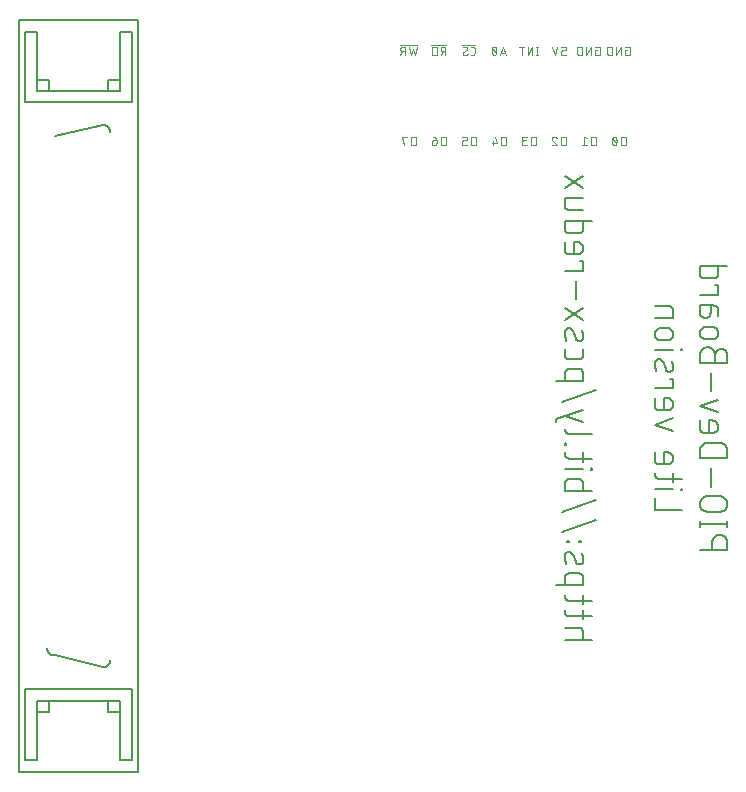
<source format=gbr>
G04 EAGLE Gerber RS-274X export*
G75*
%MOMM*%
%FSLAX34Y34*%
%LPD*%
%INSilkscreen Bottom*%
%IPPOS*%
%AMOC8*
5,1,8,0,0,1.08239X$1,22.5*%
G01*
%ADD10C,0.203200*%
%ADD11C,0.076200*%


D10*
X576776Y187002D02*
X600144Y187002D01*
X600144Y193493D01*
X600142Y193652D01*
X600136Y193811D01*
X600126Y193971D01*
X600113Y194129D01*
X600095Y194288D01*
X600074Y194445D01*
X600048Y194603D01*
X600019Y194759D01*
X599986Y194915D01*
X599949Y195070D01*
X599909Y195224D01*
X599864Y195377D01*
X599816Y195529D01*
X599765Y195680D01*
X599709Y195829D01*
X599650Y195977D01*
X599587Y196123D01*
X599521Y196268D01*
X599451Y196411D01*
X599378Y196553D01*
X599301Y196692D01*
X599221Y196830D01*
X599137Y196966D01*
X599050Y197099D01*
X598960Y197231D01*
X598867Y197360D01*
X598770Y197486D01*
X598671Y197611D01*
X598568Y197733D01*
X598463Y197852D01*
X598354Y197969D01*
X598243Y198083D01*
X598129Y198194D01*
X598012Y198303D01*
X597893Y198408D01*
X597771Y198511D01*
X597646Y198610D01*
X597520Y198707D01*
X597391Y198800D01*
X597259Y198890D01*
X597126Y198977D01*
X596990Y199061D01*
X596852Y199141D01*
X596713Y199218D01*
X596571Y199291D01*
X596428Y199361D01*
X596283Y199427D01*
X596137Y199490D01*
X595989Y199549D01*
X595840Y199605D01*
X595689Y199656D01*
X595537Y199704D01*
X595384Y199749D01*
X595230Y199789D01*
X595075Y199826D01*
X594919Y199859D01*
X594763Y199888D01*
X594605Y199914D01*
X594448Y199935D01*
X594289Y199953D01*
X594131Y199966D01*
X593971Y199976D01*
X593812Y199982D01*
X593653Y199984D01*
X593494Y199982D01*
X593335Y199976D01*
X593175Y199966D01*
X593017Y199953D01*
X592858Y199935D01*
X592701Y199914D01*
X592543Y199888D01*
X592387Y199859D01*
X592231Y199826D01*
X592076Y199789D01*
X591922Y199749D01*
X591769Y199704D01*
X591617Y199656D01*
X591466Y199605D01*
X591317Y199549D01*
X591169Y199490D01*
X591023Y199427D01*
X590878Y199361D01*
X590735Y199291D01*
X590593Y199218D01*
X590454Y199141D01*
X590316Y199061D01*
X590180Y198977D01*
X590047Y198890D01*
X589915Y198800D01*
X589786Y198707D01*
X589660Y198610D01*
X589535Y198511D01*
X589413Y198408D01*
X589294Y198303D01*
X589177Y198194D01*
X589063Y198083D01*
X588952Y197969D01*
X588843Y197852D01*
X588738Y197733D01*
X588635Y197611D01*
X588536Y197486D01*
X588439Y197360D01*
X588346Y197231D01*
X588256Y197099D01*
X588169Y196966D01*
X588085Y196830D01*
X588005Y196692D01*
X587928Y196553D01*
X587855Y196411D01*
X587785Y196268D01*
X587719Y196123D01*
X587656Y195977D01*
X587597Y195829D01*
X587541Y195680D01*
X587490Y195529D01*
X587442Y195377D01*
X587397Y195224D01*
X587357Y195070D01*
X587320Y194915D01*
X587287Y194759D01*
X587258Y194603D01*
X587232Y194445D01*
X587211Y194288D01*
X587193Y194129D01*
X587180Y193971D01*
X587170Y193811D01*
X587164Y193652D01*
X587162Y193493D01*
X587162Y187002D01*
X576776Y209353D02*
X600144Y209353D01*
X576776Y206756D02*
X576776Y211949D01*
X600144Y211949D02*
X600144Y206756D01*
X593653Y219565D02*
X583267Y219565D01*
X593653Y219565D02*
X593812Y219567D01*
X593971Y219573D01*
X594131Y219583D01*
X594289Y219596D01*
X594448Y219614D01*
X594605Y219635D01*
X594763Y219661D01*
X594919Y219690D01*
X595075Y219723D01*
X595230Y219760D01*
X595384Y219800D01*
X595537Y219845D01*
X595689Y219893D01*
X595840Y219944D01*
X595989Y220000D01*
X596137Y220059D01*
X596283Y220122D01*
X596428Y220188D01*
X596571Y220258D01*
X596713Y220331D01*
X596852Y220408D01*
X596990Y220488D01*
X597126Y220572D01*
X597259Y220659D01*
X597391Y220749D01*
X597520Y220842D01*
X597646Y220939D01*
X597771Y221038D01*
X597893Y221141D01*
X598012Y221246D01*
X598129Y221355D01*
X598243Y221466D01*
X598354Y221580D01*
X598463Y221697D01*
X598568Y221816D01*
X598671Y221938D01*
X598770Y222063D01*
X598867Y222189D01*
X598960Y222318D01*
X599050Y222450D01*
X599137Y222583D01*
X599221Y222719D01*
X599301Y222857D01*
X599378Y222996D01*
X599451Y223138D01*
X599521Y223281D01*
X599587Y223426D01*
X599650Y223572D01*
X599709Y223720D01*
X599765Y223869D01*
X599816Y224020D01*
X599864Y224172D01*
X599909Y224325D01*
X599949Y224479D01*
X599986Y224634D01*
X600019Y224790D01*
X600048Y224946D01*
X600074Y225104D01*
X600095Y225261D01*
X600113Y225420D01*
X600126Y225578D01*
X600136Y225738D01*
X600142Y225897D01*
X600144Y226056D01*
X600142Y226215D01*
X600136Y226374D01*
X600126Y226534D01*
X600113Y226692D01*
X600095Y226851D01*
X600074Y227008D01*
X600048Y227166D01*
X600019Y227322D01*
X599986Y227478D01*
X599949Y227633D01*
X599909Y227787D01*
X599864Y227940D01*
X599816Y228092D01*
X599765Y228243D01*
X599709Y228392D01*
X599650Y228540D01*
X599587Y228686D01*
X599521Y228831D01*
X599451Y228974D01*
X599378Y229116D01*
X599301Y229255D01*
X599221Y229393D01*
X599137Y229529D01*
X599050Y229662D01*
X598960Y229794D01*
X598867Y229923D01*
X598770Y230049D01*
X598671Y230174D01*
X598568Y230296D01*
X598463Y230415D01*
X598354Y230532D01*
X598243Y230646D01*
X598129Y230757D01*
X598012Y230866D01*
X597893Y230971D01*
X597771Y231074D01*
X597646Y231173D01*
X597520Y231270D01*
X597391Y231363D01*
X597259Y231453D01*
X597126Y231540D01*
X596990Y231624D01*
X596852Y231704D01*
X596713Y231781D01*
X596571Y231854D01*
X596428Y231924D01*
X596283Y231990D01*
X596137Y232053D01*
X595989Y232112D01*
X595840Y232168D01*
X595689Y232219D01*
X595537Y232267D01*
X595384Y232312D01*
X595230Y232352D01*
X595075Y232389D01*
X594919Y232422D01*
X594763Y232451D01*
X594605Y232477D01*
X594448Y232498D01*
X594289Y232516D01*
X594131Y232529D01*
X593971Y232539D01*
X593812Y232545D01*
X593653Y232547D01*
X583267Y232547D01*
X583108Y232545D01*
X582949Y232539D01*
X582789Y232529D01*
X582631Y232516D01*
X582472Y232498D01*
X582315Y232477D01*
X582157Y232451D01*
X582001Y232422D01*
X581845Y232389D01*
X581690Y232352D01*
X581536Y232312D01*
X581383Y232267D01*
X581231Y232219D01*
X581080Y232168D01*
X580931Y232112D01*
X580783Y232053D01*
X580637Y231990D01*
X580492Y231924D01*
X580349Y231854D01*
X580207Y231781D01*
X580068Y231704D01*
X579930Y231624D01*
X579794Y231540D01*
X579661Y231453D01*
X579529Y231363D01*
X579400Y231270D01*
X579274Y231173D01*
X579149Y231074D01*
X579027Y230971D01*
X578908Y230866D01*
X578791Y230757D01*
X578677Y230646D01*
X578566Y230532D01*
X578457Y230415D01*
X578352Y230296D01*
X578249Y230174D01*
X578150Y230049D01*
X578053Y229923D01*
X577960Y229794D01*
X577870Y229662D01*
X577783Y229529D01*
X577699Y229393D01*
X577619Y229255D01*
X577542Y229116D01*
X577469Y228974D01*
X577399Y228831D01*
X577333Y228686D01*
X577270Y228540D01*
X577211Y228392D01*
X577155Y228243D01*
X577104Y228092D01*
X577056Y227940D01*
X577011Y227787D01*
X576971Y227633D01*
X576934Y227478D01*
X576901Y227322D01*
X576872Y227166D01*
X576846Y227008D01*
X576825Y226851D01*
X576807Y226692D01*
X576794Y226534D01*
X576784Y226374D01*
X576778Y226215D01*
X576776Y226056D01*
X576778Y225897D01*
X576784Y225738D01*
X576794Y225578D01*
X576807Y225420D01*
X576825Y225261D01*
X576846Y225104D01*
X576872Y224946D01*
X576901Y224790D01*
X576934Y224634D01*
X576971Y224479D01*
X577011Y224325D01*
X577056Y224172D01*
X577104Y224020D01*
X577155Y223869D01*
X577211Y223720D01*
X577270Y223572D01*
X577333Y223426D01*
X577399Y223281D01*
X577469Y223138D01*
X577542Y222996D01*
X577619Y222857D01*
X577699Y222719D01*
X577783Y222583D01*
X577870Y222450D01*
X577960Y222318D01*
X578053Y222189D01*
X578150Y222063D01*
X578249Y221938D01*
X578352Y221816D01*
X578457Y221697D01*
X578566Y221580D01*
X578677Y221466D01*
X578791Y221355D01*
X578908Y221246D01*
X579027Y221141D01*
X579149Y221038D01*
X579274Y220939D01*
X579400Y220842D01*
X579529Y220749D01*
X579661Y220659D01*
X579794Y220572D01*
X579930Y220488D01*
X580068Y220408D01*
X580207Y220331D01*
X580349Y220258D01*
X580492Y220188D01*
X580637Y220122D01*
X580783Y220059D01*
X580931Y220000D01*
X581080Y219944D01*
X581231Y219893D01*
X581383Y219845D01*
X581536Y219800D01*
X581690Y219760D01*
X581845Y219723D01*
X582001Y219690D01*
X582157Y219661D01*
X582315Y219635D01*
X582472Y219614D01*
X582631Y219596D01*
X582789Y219583D01*
X582949Y219573D01*
X583108Y219567D01*
X583267Y219565D01*
X585864Y240537D02*
X585864Y256116D01*
X576776Y264802D02*
X600144Y264802D01*
X600144Y271293D01*
X600142Y271452D01*
X600136Y271611D01*
X600126Y271771D01*
X600113Y271929D01*
X600095Y272088D01*
X600074Y272245D01*
X600048Y272403D01*
X600019Y272559D01*
X599986Y272715D01*
X599949Y272870D01*
X599909Y273024D01*
X599864Y273177D01*
X599816Y273329D01*
X599765Y273480D01*
X599709Y273629D01*
X599650Y273777D01*
X599587Y273923D01*
X599521Y274068D01*
X599451Y274211D01*
X599378Y274353D01*
X599301Y274492D01*
X599221Y274630D01*
X599137Y274766D01*
X599050Y274899D01*
X598960Y275031D01*
X598867Y275160D01*
X598770Y275286D01*
X598671Y275411D01*
X598568Y275533D01*
X598463Y275652D01*
X598354Y275769D01*
X598243Y275883D01*
X598129Y275994D01*
X598012Y276103D01*
X597893Y276208D01*
X597771Y276311D01*
X597646Y276410D01*
X597520Y276507D01*
X597391Y276600D01*
X597259Y276690D01*
X597126Y276777D01*
X596990Y276861D01*
X596852Y276941D01*
X596713Y277018D01*
X596571Y277091D01*
X596428Y277161D01*
X596283Y277227D01*
X596137Y277290D01*
X595989Y277349D01*
X595840Y277405D01*
X595689Y277456D01*
X595537Y277504D01*
X595384Y277549D01*
X595230Y277589D01*
X595075Y277626D01*
X594919Y277659D01*
X594763Y277688D01*
X594605Y277714D01*
X594448Y277735D01*
X594289Y277753D01*
X594131Y277766D01*
X593971Y277776D01*
X593812Y277782D01*
X593653Y277784D01*
X583267Y277784D01*
X583108Y277782D01*
X582949Y277776D01*
X582789Y277766D01*
X582631Y277753D01*
X582472Y277735D01*
X582315Y277714D01*
X582157Y277688D01*
X582001Y277659D01*
X581845Y277626D01*
X581690Y277589D01*
X581536Y277549D01*
X581383Y277504D01*
X581231Y277456D01*
X581080Y277405D01*
X580931Y277349D01*
X580783Y277290D01*
X580637Y277227D01*
X580492Y277161D01*
X580349Y277091D01*
X580207Y277018D01*
X580068Y276941D01*
X579930Y276861D01*
X579794Y276777D01*
X579661Y276690D01*
X579529Y276600D01*
X579400Y276507D01*
X579274Y276410D01*
X579149Y276311D01*
X579027Y276208D01*
X578908Y276103D01*
X578791Y275994D01*
X578677Y275883D01*
X578566Y275769D01*
X578457Y275652D01*
X578352Y275533D01*
X578249Y275411D01*
X578150Y275286D01*
X578053Y275160D01*
X577960Y275031D01*
X577870Y274899D01*
X577783Y274766D01*
X577699Y274630D01*
X577619Y274492D01*
X577542Y274353D01*
X577469Y274211D01*
X577399Y274068D01*
X577333Y273923D01*
X577270Y273777D01*
X577211Y273629D01*
X577155Y273480D01*
X577104Y273329D01*
X577056Y273177D01*
X577011Y273024D01*
X576971Y272870D01*
X576934Y272715D01*
X576901Y272559D01*
X576872Y272403D01*
X576846Y272245D01*
X576825Y272088D01*
X576807Y271929D01*
X576794Y271771D01*
X576784Y271611D01*
X576778Y271452D01*
X576776Y271293D01*
X576776Y264802D01*
X576776Y290178D02*
X576776Y296669D01*
X576776Y290178D02*
X576778Y290056D01*
X576784Y289933D01*
X576793Y289811D01*
X576807Y289690D01*
X576824Y289569D01*
X576845Y289448D01*
X576870Y289328D01*
X576898Y289209D01*
X576931Y289091D01*
X576967Y288974D01*
X577006Y288859D01*
X577050Y288744D01*
X577096Y288631D01*
X577147Y288520D01*
X577201Y288410D01*
X577258Y288302D01*
X577318Y288195D01*
X577382Y288091D01*
X577450Y287989D01*
X577520Y287889D01*
X577593Y287791D01*
X577670Y287695D01*
X577749Y287602D01*
X577832Y287512D01*
X577917Y287424D01*
X578005Y287339D01*
X578095Y287256D01*
X578188Y287177D01*
X578284Y287100D01*
X578382Y287027D01*
X578482Y286957D01*
X578584Y286889D01*
X578688Y286825D01*
X578795Y286765D01*
X578903Y286708D01*
X579013Y286654D01*
X579124Y286603D01*
X579237Y286557D01*
X579352Y286513D01*
X579467Y286474D01*
X579584Y286438D01*
X579702Y286405D01*
X579821Y286377D01*
X579941Y286352D01*
X580062Y286331D01*
X580183Y286314D01*
X580304Y286300D01*
X580426Y286291D01*
X580549Y286285D01*
X580671Y286283D01*
X587162Y286283D01*
X587305Y286285D01*
X587448Y286291D01*
X587591Y286301D01*
X587733Y286315D01*
X587875Y286332D01*
X588017Y286354D01*
X588158Y286379D01*
X588298Y286409D01*
X588437Y286442D01*
X588575Y286479D01*
X588712Y286520D01*
X588848Y286564D01*
X588983Y286613D01*
X589116Y286665D01*
X589248Y286720D01*
X589378Y286780D01*
X589507Y286843D01*
X589634Y286909D01*
X589759Y286979D01*
X589881Y287052D01*
X590002Y287129D01*
X590121Y287209D01*
X590237Y287292D01*
X590352Y287378D01*
X590463Y287467D01*
X590573Y287560D01*
X590679Y287655D01*
X590783Y287754D01*
X590884Y287855D01*
X590983Y287959D01*
X591078Y288065D01*
X591171Y288175D01*
X591260Y288286D01*
X591346Y288401D01*
X591429Y288517D01*
X591509Y288636D01*
X591586Y288757D01*
X591659Y288879D01*
X591729Y289004D01*
X591795Y289131D01*
X591858Y289260D01*
X591918Y289390D01*
X591973Y289522D01*
X592025Y289655D01*
X592074Y289790D01*
X592118Y289926D01*
X592159Y290063D01*
X592196Y290201D01*
X592229Y290340D01*
X592259Y290480D01*
X592284Y290621D01*
X592306Y290763D01*
X592323Y290905D01*
X592337Y291047D01*
X592347Y291190D01*
X592353Y291333D01*
X592355Y291476D01*
X592353Y291619D01*
X592347Y291762D01*
X592337Y291905D01*
X592323Y292047D01*
X592306Y292189D01*
X592284Y292331D01*
X592259Y292472D01*
X592229Y292612D01*
X592196Y292751D01*
X592159Y292889D01*
X592118Y293026D01*
X592074Y293162D01*
X592025Y293297D01*
X591973Y293430D01*
X591918Y293562D01*
X591858Y293692D01*
X591795Y293821D01*
X591729Y293948D01*
X591659Y294072D01*
X591586Y294195D01*
X591509Y294316D01*
X591429Y294435D01*
X591346Y294551D01*
X591260Y294666D01*
X591171Y294777D01*
X591078Y294887D01*
X590983Y294993D01*
X590884Y295097D01*
X590783Y295198D01*
X590679Y295297D01*
X590573Y295392D01*
X590463Y295485D01*
X590352Y295574D01*
X590237Y295660D01*
X590121Y295743D01*
X590002Y295823D01*
X589881Y295900D01*
X589759Y295973D01*
X589634Y296043D01*
X589507Y296109D01*
X589378Y296172D01*
X589248Y296232D01*
X589116Y296287D01*
X588983Y296339D01*
X588848Y296388D01*
X588712Y296432D01*
X588575Y296473D01*
X588437Y296510D01*
X588298Y296543D01*
X588158Y296573D01*
X588017Y296598D01*
X587875Y296620D01*
X587733Y296637D01*
X587591Y296651D01*
X587448Y296661D01*
X587305Y296667D01*
X587162Y296669D01*
X584565Y296669D01*
X584565Y286283D01*
X592355Y303682D02*
X576776Y308875D01*
X592355Y314068D01*
X585864Y321268D02*
X585864Y336847D01*
X589758Y345681D02*
X589758Y352172D01*
X589756Y352331D01*
X589750Y352490D01*
X589740Y352650D01*
X589727Y352808D01*
X589709Y352967D01*
X589688Y353124D01*
X589662Y353282D01*
X589633Y353438D01*
X589600Y353594D01*
X589563Y353749D01*
X589523Y353903D01*
X589478Y354056D01*
X589430Y354208D01*
X589379Y354359D01*
X589323Y354508D01*
X589264Y354656D01*
X589201Y354802D01*
X589135Y354947D01*
X589065Y355090D01*
X588992Y355232D01*
X588915Y355371D01*
X588835Y355509D01*
X588751Y355645D01*
X588664Y355778D01*
X588574Y355910D01*
X588481Y356039D01*
X588384Y356165D01*
X588285Y356290D01*
X588182Y356412D01*
X588077Y356531D01*
X587968Y356648D01*
X587857Y356762D01*
X587743Y356873D01*
X587626Y356982D01*
X587507Y357087D01*
X587385Y357190D01*
X587260Y357289D01*
X587134Y357386D01*
X587005Y357479D01*
X586873Y357569D01*
X586740Y357656D01*
X586604Y357740D01*
X586466Y357820D01*
X586327Y357897D01*
X586185Y357970D01*
X586042Y358040D01*
X585897Y358106D01*
X585751Y358169D01*
X585603Y358228D01*
X585454Y358284D01*
X585303Y358335D01*
X585151Y358383D01*
X584998Y358428D01*
X584844Y358468D01*
X584689Y358505D01*
X584533Y358538D01*
X584377Y358567D01*
X584219Y358593D01*
X584062Y358614D01*
X583903Y358632D01*
X583745Y358645D01*
X583585Y358655D01*
X583426Y358661D01*
X583267Y358663D01*
X583108Y358661D01*
X582949Y358655D01*
X582789Y358645D01*
X582631Y358632D01*
X582472Y358614D01*
X582315Y358593D01*
X582157Y358567D01*
X582001Y358538D01*
X581845Y358505D01*
X581690Y358468D01*
X581536Y358428D01*
X581383Y358383D01*
X581231Y358335D01*
X581080Y358284D01*
X580931Y358228D01*
X580783Y358169D01*
X580637Y358106D01*
X580492Y358040D01*
X580349Y357970D01*
X580207Y357897D01*
X580068Y357820D01*
X579930Y357740D01*
X579794Y357656D01*
X579661Y357569D01*
X579529Y357479D01*
X579400Y357386D01*
X579274Y357289D01*
X579149Y357190D01*
X579027Y357087D01*
X578908Y356982D01*
X578791Y356873D01*
X578677Y356762D01*
X578566Y356648D01*
X578457Y356531D01*
X578352Y356412D01*
X578249Y356290D01*
X578150Y356165D01*
X578053Y356039D01*
X577960Y355910D01*
X577870Y355778D01*
X577783Y355645D01*
X577699Y355509D01*
X577619Y355371D01*
X577542Y355232D01*
X577469Y355090D01*
X577399Y354947D01*
X577333Y354802D01*
X577270Y354656D01*
X577211Y354508D01*
X577155Y354359D01*
X577104Y354208D01*
X577056Y354056D01*
X577011Y353903D01*
X576971Y353749D01*
X576934Y353594D01*
X576901Y353438D01*
X576872Y353282D01*
X576846Y353124D01*
X576825Y352967D01*
X576807Y352808D01*
X576794Y352650D01*
X576784Y352490D01*
X576778Y352331D01*
X576776Y352172D01*
X576776Y345681D01*
X600144Y345681D01*
X600144Y352172D01*
X600142Y352315D01*
X600136Y352458D01*
X600126Y352601D01*
X600112Y352743D01*
X600095Y352885D01*
X600073Y353027D01*
X600048Y353168D01*
X600018Y353308D01*
X599985Y353447D01*
X599948Y353585D01*
X599907Y353722D01*
X599863Y353858D01*
X599814Y353993D01*
X599762Y354126D01*
X599707Y354258D01*
X599647Y354388D01*
X599584Y354517D01*
X599518Y354644D01*
X599448Y354769D01*
X599375Y354891D01*
X599298Y355012D01*
X599218Y355131D01*
X599135Y355247D01*
X599049Y355362D01*
X598960Y355473D01*
X598867Y355583D01*
X598772Y355689D01*
X598673Y355793D01*
X598572Y355894D01*
X598468Y355993D01*
X598362Y356088D01*
X598252Y356181D01*
X598141Y356270D01*
X598026Y356356D01*
X597910Y356439D01*
X597791Y356519D01*
X597670Y356596D01*
X597548Y356669D01*
X597423Y356739D01*
X597296Y356805D01*
X597167Y356868D01*
X597037Y356928D01*
X596905Y356983D01*
X596772Y357035D01*
X596637Y357084D01*
X596501Y357128D01*
X596364Y357169D01*
X596226Y357206D01*
X596087Y357239D01*
X595947Y357269D01*
X595806Y357294D01*
X595664Y357316D01*
X595522Y357333D01*
X595380Y357347D01*
X595237Y357357D01*
X595094Y357363D01*
X594951Y357365D01*
X594808Y357363D01*
X594665Y357357D01*
X594522Y357347D01*
X594380Y357333D01*
X594238Y357316D01*
X594096Y357294D01*
X593955Y357269D01*
X593815Y357239D01*
X593676Y357206D01*
X593538Y357169D01*
X593401Y357128D01*
X593265Y357084D01*
X593130Y357035D01*
X592997Y356983D01*
X592865Y356928D01*
X592735Y356868D01*
X592606Y356805D01*
X592479Y356739D01*
X592355Y356669D01*
X592232Y356596D01*
X592111Y356519D01*
X591992Y356439D01*
X591876Y356356D01*
X591761Y356270D01*
X591650Y356181D01*
X591540Y356088D01*
X591434Y355993D01*
X591330Y355894D01*
X591229Y355793D01*
X591130Y355689D01*
X591035Y355583D01*
X590942Y355473D01*
X590853Y355362D01*
X590767Y355247D01*
X590684Y355131D01*
X590604Y355012D01*
X590527Y354891D01*
X590454Y354769D01*
X590384Y354644D01*
X590318Y354517D01*
X590255Y354388D01*
X590195Y354258D01*
X590140Y354126D01*
X590088Y353993D01*
X590039Y353858D01*
X589995Y353722D01*
X589954Y353585D01*
X589917Y353447D01*
X589884Y353308D01*
X589854Y353168D01*
X589829Y353027D01*
X589807Y352885D01*
X589790Y352743D01*
X589776Y352601D01*
X589766Y352458D01*
X589760Y352315D01*
X589758Y352172D01*
X587162Y365622D02*
X581969Y365622D01*
X587162Y365622D02*
X587305Y365624D01*
X587448Y365630D01*
X587591Y365640D01*
X587733Y365654D01*
X587875Y365671D01*
X588017Y365693D01*
X588158Y365718D01*
X588298Y365748D01*
X588437Y365781D01*
X588575Y365818D01*
X588712Y365859D01*
X588848Y365903D01*
X588983Y365952D01*
X589116Y366004D01*
X589248Y366059D01*
X589378Y366119D01*
X589507Y366182D01*
X589634Y366248D01*
X589759Y366318D01*
X589881Y366391D01*
X590002Y366468D01*
X590121Y366548D01*
X590237Y366631D01*
X590352Y366717D01*
X590463Y366806D01*
X590573Y366899D01*
X590679Y366994D01*
X590783Y367093D01*
X590884Y367194D01*
X590983Y367298D01*
X591078Y367404D01*
X591171Y367514D01*
X591260Y367625D01*
X591346Y367740D01*
X591429Y367856D01*
X591509Y367975D01*
X591586Y368096D01*
X591659Y368218D01*
X591729Y368343D01*
X591795Y368470D01*
X591858Y368599D01*
X591918Y368729D01*
X591973Y368861D01*
X592025Y368994D01*
X592074Y369129D01*
X592118Y369265D01*
X592159Y369402D01*
X592196Y369540D01*
X592229Y369679D01*
X592259Y369819D01*
X592284Y369960D01*
X592306Y370102D01*
X592323Y370244D01*
X592337Y370386D01*
X592347Y370529D01*
X592353Y370672D01*
X592355Y370815D01*
X592353Y370958D01*
X592347Y371101D01*
X592337Y371244D01*
X592323Y371386D01*
X592306Y371528D01*
X592284Y371670D01*
X592259Y371811D01*
X592229Y371951D01*
X592196Y372090D01*
X592159Y372228D01*
X592118Y372365D01*
X592074Y372501D01*
X592025Y372636D01*
X591973Y372769D01*
X591918Y372901D01*
X591858Y373031D01*
X591795Y373160D01*
X591729Y373287D01*
X591659Y373411D01*
X591586Y373534D01*
X591509Y373655D01*
X591429Y373774D01*
X591346Y373890D01*
X591260Y374005D01*
X591171Y374116D01*
X591078Y374226D01*
X590983Y374332D01*
X590884Y374436D01*
X590783Y374537D01*
X590679Y374636D01*
X590573Y374731D01*
X590463Y374824D01*
X590352Y374913D01*
X590237Y374999D01*
X590121Y375082D01*
X590002Y375162D01*
X589881Y375239D01*
X589759Y375312D01*
X589634Y375382D01*
X589507Y375448D01*
X589378Y375511D01*
X589248Y375571D01*
X589116Y375626D01*
X588983Y375678D01*
X588848Y375727D01*
X588712Y375771D01*
X588575Y375812D01*
X588437Y375849D01*
X588298Y375882D01*
X588158Y375912D01*
X588017Y375937D01*
X587875Y375959D01*
X587733Y375976D01*
X587591Y375990D01*
X587448Y376000D01*
X587305Y376006D01*
X587162Y376008D01*
X581969Y376008D01*
X581826Y376006D01*
X581683Y376000D01*
X581540Y375990D01*
X581398Y375976D01*
X581256Y375959D01*
X581114Y375937D01*
X580973Y375912D01*
X580833Y375882D01*
X580694Y375849D01*
X580556Y375812D01*
X580419Y375771D01*
X580283Y375727D01*
X580148Y375678D01*
X580015Y375626D01*
X579883Y375571D01*
X579753Y375511D01*
X579624Y375448D01*
X579497Y375382D01*
X579373Y375312D01*
X579250Y375239D01*
X579129Y375162D01*
X579010Y375082D01*
X578894Y374999D01*
X578779Y374913D01*
X578668Y374824D01*
X578558Y374731D01*
X578452Y374636D01*
X578348Y374537D01*
X578247Y374436D01*
X578148Y374332D01*
X578053Y374226D01*
X577960Y374116D01*
X577871Y374005D01*
X577785Y373890D01*
X577702Y373774D01*
X577622Y373655D01*
X577545Y373534D01*
X577472Y373412D01*
X577402Y373287D01*
X577336Y373160D01*
X577273Y373031D01*
X577213Y372901D01*
X577158Y372769D01*
X577106Y372636D01*
X577057Y372501D01*
X577013Y372365D01*
X576972Y372228D01*
X576935Y372090D01*
X576902Y371951D01*
X576872Y371811D01*
X576847Y371670D01*
X576825Y371528D01*
X576808Y371386D01*
X576794Y371244D01*
X576784Y371101D01*
X576778Y370958D01*
X576776Y370815D01*
X576778Y370672D01*
X576784Y370529D01*
X576794Y370386D01*
X576808Y370244D01*
X576825Y370102D01*
X576847Y369960D01*
X576872Y369819D01*
X576902Y369679D01*
X576935Y369540D01*
X576972Y369402D01*
X577013Y369265D01*
X577057Y369129D01*
X577106Y368994D01*
X577158Y368861D01*
X577213Y368729D01*
X577273Y368599D01*
X577336Y368470D01*
X577402Y368343D01*
X577472Y368219D01*
X577545Y368096D01*
X577622Y367975D01*
X577702Y367856D01*
X577785Y367740D01*
X577871Y367625D01*
X577960Y367514D01*
X578053Y367404D01*
X578148Y367298D01*
X578247Y367194D01*
X578348Y367093D01*
X578452Y366994D01*
X578558Y366899D01*
X578668Y366806D01*
X578779Y366717D01*
X578894Y366631D01*
X579010Y366548D01*
X579129Y366468D01*
X579250Y366391D01*
X579372Y366318D01*
X579497Y366248D01*
X579624Y366182D01*
X579753Y366119D01*
X579883Y366059D01*
X580015Y366004D01*
X580148Y365952D01*
X580283Y365903D01*
X580419Y365859D01*
X580556Y365818D01*
X580694Y365781D01*
X580833Y365748D01*
X580973Y365718D01*
X581114Y365693D01*
X581256Y365671D01*
X581398Y365654D01*
X581540Y365640D01*
X581683Y365630D01*
X581826Y365624D01*
X581969Y365622D01*
X585864Y388210D02*
X585864Y394052D01*
X585864Y388210D02*
X585862Y388077D01*
X585856Y387943D01*
X585846Y387810D01*
X585833Y387678D01*
X585815Y387545D01*
X585794Y387414D01*
X585768Y387283D01*
X585739Y387152D01*
X585706Y387023D01*
X585670Y386895D01*
X585629Y386768D01*
X585585Y386642D01*
X585537Y386517D01*
X585485Y386394D01*
X585430Y386273D01*
X585372Y386153D01*
X585310Y386035D01*
X585244Y385919D01*
X585175Y385805D01*
X585103Y385692D01*
X585027Y385582D01*
X584949Y385475D01*
X584867Y385369D01*
X584782Y385267D01*
X584694Y385166D01*
X584603Y385068D01*
X584509Y384973D01*
X584413Y384881D01*
X584314Y384792D01*
X584212Y384705D01*
X584108Y384622D01*
X584002Y384542D01*
X583893Y384465D01*
X583782Y384391D01*
X583669Y384320D01*
X583553Y384253D01*
X583436Y384189D01*
X583317Y384128D01*
X583197Y384072D01*
X583074Y384018D01*
X582950Y383969D01*
X582825Y383923D01*
X582699Y383880D01*
X582571Y383842D01*
X582442Y383807D01*
X582313Y383776D01*
X582182Y383748D01*
X582051Y383725D01*
X581919Y383706D01*
X581786Y383690D01*
X581653Y383678D01*
X581520Y383670D01*
X581387Y383666D01*
X581253Y383666D01*
X581120Y383670D01*
X580987Y383678D01*
X580854Y383690D01*
X580721Y383706D01*
X580589Y383725D01*
X580458Y383748D01*
X580327Y383776D01*
X580198Y383807D01*
X580069Y383842D01*
X579941Y383880D01*
X579815Y383923D01*
X579690Y383969D01*
X579566Y384018D01*
X579443Y384072D01*
X579323Y384128D01*
X579204Y384189D01*
X579087Y384253D01*
X578971Y384320D01*
X578858Y384391D01*
X578747Y384465D01*
X578638Y384542D01*
X578532Y384622D01*
X578428Y384705D01*
X578326Y384792D01*
X578227Y384881D01*
X578131Y384973D01*
X578037Y385068D01*
X577946Y385166D01*
X577858Y385267D01*
X577773Y385369D01*
X577691Y385475D01*
X577613Y385582D01*
X577537Y385692D01*
X577465Y385805D01*
X577396Y385919D01*
X577330Y386035D01*
X577268Y386153D01*
X577210Y386273D01*
X577155Y386394D01*
X577103Y386517D01*
X577055Y386642D01*
X577011Y386768D01*
X576970Y386895D01*
X576934Y387023D01*
X576901Y387152D01*
X576872Y387283D01*
X576846Y387414D01*
X576825Y387545D01*
X576807Y387678D01*
X576794Y387810D01*
X576784Y387943D01*
X576778Y388077D01*
X576776Y388210D01*
X576776Y394052D01*
X588460Y394052D01*
X588582Y394050D01*
X588705Y394044D01*
X588827Y394035D01*
X588948Y394021D01*
X589069Y394004D01*
X589190Y393983D01*
X589310Y393958D01*
X589429Y393930D01*
X589547Y393897D01*
X589664Y393861D01*
X589779Y393822D01*
X589894Y393778D01*
X590007Y393732D01*
X590118Y393681D01*
X590228Y393627D01*
X590336Y393570D01*
X590443Y393510D01*
X590547Y393446D01*
X590649Y393378D01*
X590749Y393308D01*
X590847Y393235D01*
X590943Y393158D01*
X591036Y393079D01*
X591126Y392996D01*
X591214Y392911D01*
X591299Y392823D01*
X591382Y392733D01*
X591461Y392640D01*
X591538Y392544D01*
X591611Y392446D01*
X591681Y392346D01*
X591749Y392244D01*
X591813Y392140D01*
X591873Y392033D01*
X591930Y391925D01*
X591984Y391815D01*
X592035Y391704D01*
X592081Y391591D01*
X592125Y391476D01*
X592164Y391361D01*
X592200Y391244D01*
X592233Y391126D01*
X592261Y391007D01*
X592286Y390887D01*
X592307Y390766D01*
X592324Y390645D01*
X592338Y390524D01*
X592347Y390402D01*
X592353Y390279D01*
X592355Y390157D01*
X592355Y384964D01*
X592355Y403268D02*
X576776Y403268D01*
X592355Y403268D02*
X592355Y411057D01*
X589758Y411057D01*
X600144Y427458D02*
X576776Y427458D01*
X576776Y420967D01*
X576778Y420845D01*
X576784Y420722D01*
X576793Y420600D01*
X576807Y420479D01*
X576824Y420358D01*
X576845Y420237D01*
X576870Y420117D01*
X576898Y419998D01*
X576931Y419880D01*
X576967Y419763D01*
X577006Y419648D01*
X577050Y419533D01*
X577096Y419420D01*
X577147Y419309D01*
X577201Y419199D01*
X577258Y419091D01*
X577318Y418984D01*
X577382Y418880D01*
X577450Y418778D01*
X577520Y418678D01*
X577593Y418580D01*
X577670Y418484D01*
X577749Y418391D01*
X577832Y418301D01*
X577917Y418213D01*
X578005Y418128D01*
X578095Y418045D01*
X578188Y417966D01*
X578284Y417889D01*
X578382Y417816D01*
X578482Y417746D01*
X578584Y417678D01*
X578688Y417614D01*
X578795Y417554D01*
X578903Y417497D01*
X579013Y417443D01*
X579124Y417392D01*
X579237Y417346D01*
X579352Y417302D01*
X579467Y417263D01*
X579584Y417227D01*
X579702Y417194D01*
X579821Y417166D01*
X579941Y417141D01*
X580062Y417120D01*
X580183Y417103D01*
X580304Y417089D01*
X580426Y417080D01*
X580549Y417074D01*
X580671Y417072D01*
X588460Y417072D01*
X588582Y417074D01*
X588705Y417080D01*
X588827Y417089D01*
X588948Y417103D01*
X589069Y417120D01*
X589190Y417141D01*
X589310Y417166D01*
X589429Y417194D01*
X589547Y417227D01*
X589664Y417263D01*
X589779Y417302D01*
X589894Y417346D01*
X590007Y417392D01*
X590118Y417443D01*
X590228Y417497D01*
X590336Y417554D01*
X590443Y417614D01*
X590547Y417678D01*
X590649Y417746D01*
X590749Y417816D01*
X590847Y417889D01*
X590943Y417966D01*
X591036Y418045D01*
X591126Y418128D01*
X591214Y418213D01*
X591299Y418301D01*
X591382Y418391D01*
X591461Y418484D01*
X591538Y418580D01*
X591611Y418678D01*
X591681Y418778D01*
X591749Y418880D01*
X591813Y418984D01*
X591873Y419091D01*
X591930Y419199D01*
X591984Y419309D01*
X592035Y419420D01*
X592081Y419533D01*
X592125Y419648D01*
X592164Y419763D01*
X592200Y419880D01*
X592233Y419998D01*
X592261Y420117D01*
X592286Y420237D01*
X592307Y420358D01*
X592324Y420479D01*
X592338Y420600D01*
X592347Y420722D01*
X592353Y420845D01*
X592355Y420967D01*
X592355Y427458D01*
X562044Y220669D02*
X538676Y220669D01*
X538676Y231055D01*
X538676Y238271D02*
X554255Y238271D01*
X560746Y237622D02*
X562044Y237622D01*
X562044Y238920D01*
X560746Y238920D01*
X560746Y237622D01*
X554255Y244732D02*
X554255Y252521D01*
X562044Y247328D02*
X542571Y247328D01*
X542449Y247330D01*
X542326Y247336D01*
X542204Y247345D01*
X542083Y247359D01*
X541962Y247376D01*
X541841Y247397D01*
X541721Y247422D01*
X541602Y247450D01*
X541484Y247483D01*
X541367Y247519D01*
X541252Y247558D01*
X541137Y247602D01*
X541024Y247648D01*
X540913Y247699D01*
X540803Y247753D01*
X540695Y247810D01*
X540588Y247870D01*
X540484Y247934D01*
X540382Y248002D01*
X540282Y248072D01*
X540184Y248145D01*
X540088Y248222D01*
X539995Y248301D01*
X539905Y248384D01*
X539817Y248469D01*
X539732Y248557D01*
X539649Y248647D01*
X539570Y248740D01*
X539493Y248836D01*
X539420Y248934D01*
X539350Y249034D01*
X539282Y249136D01*
X539218Y249240D01*
X539158Y249347D01*
X539101Y249455D01*
X539047Y249565D01*
X538996Y249676D01*
X538950Y249789D01*
X538906Y249904D01*
X538867Y250019D01*
X538831Y250136D01*
X538798Y250254D01*
X538770Y250373D01*
X538745Y250493D01*
X538724Y250614D01*
X538707Y250735D01*
X538693Y250856D01*
X538684Y250978D01*
X538678Y251101D01*
X538676Y251223D01*
X538676Y252521D01*
X538676Y263419D02*
X538676Y269910D01*
X538676Y263419D02*
X538678Y263297D01*
X538684Y263174D01*
X538693Y263052D01*
X538707Y262931D01*
X538724Y262810D01*
X538745Y262689D01*
X538770Y262569D01*
X538798Y262450D01*
X538831Y262332D01*
X538867Y262215D01*
X538906Y262100D01*
X538950Y261985D01*
X538996Y261872D01*
X539047Y261761D01*
X539101Y261651D01*
X539158Y261543D01*
X539218Y261436D01*
X539282Y261332D01*
X539350Y261230D01*
X539420Y261130D01*
X539493Y261032D01*
X539570Y260936D01*
X539649Y260843D01*
X539732Y260753D01*
X539817Y260665D01*
X539905Y260580D01*
X539995Y260497D01*
X540088Y260418D01*
X540184Y260341D01*
X540282Y260268D01*
X540382Y260198D01*
X540484Y260130D01*
X540588Y260066D01*
X540695Y260006D01*
X540803Y259949D01*
X540913Y259895D01*
X541024Y259844D01*
X541137Y259798D01*
X541252Y259754D01*
X541367Y259715D01*
X541484Y259679D01*
X541602Y259646D01*
X541721Y259618D01*
X541841Y259593D01*
X541962Y259572D01*
X542083Y259555D01*
X542204Y259541D01*
X542326Y259532D01*
X542449Y259526D01*
X542571Y259524D01*
X542571Y259525D02*
X549062Y259525D01*
X549205Y259527D01*
X549348Y259533D01*
X549491Y259543D01*
X549633Y259557D01*
X549775Y259574D01*
X549917Y259596D01*
X550058Y259621D01*
X550198Y259651D01*
X550337Y259684D01*
X550475Y259721D01*
X550612Y259762D01*
X550748Y259806D01*
X550883Y259855D01*
X551016Y259907D01*
X551148Y259962D01*
X551278Y260022D01*
X551407Y260085D01*
X551534Y260151D01*
X551659Y260221D01*
X551781Y260294D01*
X551902Y260371D01*
X552021Y260451D01*
X552137Y260534D01*
X552252Y260620D01*
X552363Y260709D01*
X552473Y260802D01*
X552579Y260897D01*
X552683Y260996D01*
X552784Y261097D01*
X552883Y261201D01*
X552978Y261307D01*
X553071Y261417D01*
X553160Y261528D01*
X553246Y261643D01*
X553329Y261759D01*
X553409Y261878D01*
X553486Y261999D01*
X553559Y262121D01*
X553629Y262246D01*
X553695Y262373D01*
X553758Y262502D01*
X553818Y262632D01*
X553873Y262764D01*
X553925Y262897D01*
X553974Y263032D01*
X554018Y263168D01*
X554059Y263305D01*
X554096Y263443D01*
X554129Y263582D01*
X554159Y263722D01*
X554184Y263863D01*
X554206Y264005D01*
X554223Y264147D01*
X554237Y264289D01*
X554247Y264432D01*
X554253Y264575D01*
X554255Y264718D01*
X554253Y264861D01*
X554247Y265004D01*
X554237Y265147D01*
X554223Y265289D01*
X554206Y265431D01*
X554184Y265573D01*
X554159Y265714D01*
X554129Y265854D01*
X554096Y265993D01*
X554059Y266131D01*
X554018Y266268D01*
X553974Y266404D01*
X553925Y266539D01*
X553873Y266672D01*
X553818Y266804D01*
X553758Y266934D01*
X553695Y267063D01*
X553629Y267190D01*
X553559Y267314D01*
X553486Y267437D01*
X553409Y267558D01*
X553329Y267677D01*
X553246Y267793D01*
X553160Y267908D01*
X553071Y268019D01*
X552978Y268129D01*
X552883Y268235D01*
X552784Y268339D01*
X552683Y268440D01*
X552579Y268539D01*
X552473Y268634D01*
X552363Y268727D01*
X552252Y268816D01*
X552137Y268902D01*
X552021Y268985D01*
X551902Y269065D01*
X551781Y269142D01*
X551659Y269215D01*
X551534Y269285D01*
X551407Y269351D01*
X551278Y269414D01*
X551148Y269474D01*
X551016Y269529D01*
X550883Y269581D01*
X550748Y269630D01*
X550612Y269674D01*
X550475Y269715D01*
X550337Y269752D01*
X550198Y269785D01*
X550058Y269815D01*
X549917Y269840D01*
X549775Y269862D01*
X549633Y269879D01*
X549491Y269893D01*
X549348Y269903D01*
X549205Y269909D01*
X549062Y269911D01*
X549062Y269910D02*
X546465Y269910D01*
X546465Y259525D01*
X554255Y288059D02*
X538676Y293252D01*
X554255Y298445D01*
X538676Y309353D02*
X538676Y315844D01*
X538676Y309353D02*
X538678Y309231D01*
X538684Y309108D01*
X538693Y308986D01*
X538707Y308865D01*
X538724Y308744D01*
X538745Y308623D01*
X538770Y308503D01*
X538798Y308384D01*
X538831Y308266D01*
X538867Y308149D01*
X538906Y308034D01*
X538950Y307919D01*
X538996Y307806D01*
X539047Y307695D01*
X539101Y307585D01*
X539158Y307477D01*
X539218Y307370D01*
X539282Y307266D01*
X539350Y307164D01*
X539420Y307064D01*
X539493Y306966D01*
X539570Y306870D01*
X539649Y306777D01*
X539732Y306687D01*
X539817Y306599D01*
X539905Y306514D01*
X539995Y306431D01*
X540088Y306352D01*
X540184Y306275D01*
X540282Y306202D01*
X540382Y306132D01*
X540484Y306064D01*
X540588Y306000D01*
X540695Y305940D01*
X540803Y305883D01*
X540913Y305829D01*
X541024Y305778D01*
X541137Y305732D01*
X541252Y305688D01*
X541367Y305649D01*
X541484Y305613D01*
X541602Y305580D01*
X541721Y305552D01*
X541841Y305527D01*
X541962Y305506D01*
X542083Y305489D01*
X542204Y305475D01*
X542326Y305466D01*
X542449Y305460D01*
X542571Y305458D01*
X549062Y305458D01*
X549205Y305460D01*
X549348Y305466D01*
X549491Y305476D01*
X549633Y305490D01*
X549775Y305507D01*
X549917Y305529D01*
X550058Y305554D01*
X550198Y305584D01*
X550337Y305617D01*
X550475Y305654D01*
X550612Y305695D01*
X550748Y305739D01*
X550883Y305788D01*
X551016Y305840D01*
X551148Y305895D01*
X551278Y305955D01*
X551407Y306018D01*
X551534Y306084D01*
X551659Y306154D01*
X551781Y306227D01*
X551902Y306304D01*
X552021Y306384D01*
X552137Y306467D01*
X552252Y306553D01*
X552363Y306642D01*
X552473Y306735D01*
X552579Y306830D01*
X552683Y306929D01*
X552784Y307030D01*
X552883Y307134D01*
X552978Y307240D01*
X553071Y307350D01*
X553160Y307461D01*
X553246Y307576D01*
X553329Y307692D01*
X553409Y307811D01*
X553486Y307932D01*
X553559Y308054D01*
X553629Y308179D01*
X553695Y308306D01*
X553758Y308435D01*
X553818Y308565D01*
X553873Y308697D01*
X553925Y308830D01*
X553974Y308965D01*
X554018Y309101D01*
X554059Y309238D01*
X554096Y309376D01*
X554129Y309515D01*
X554159Y309655D01*
X554184Y309796D01*
X554206Y309938D01*
X554223Y310080D01*
X554237Y310222D01*
X554247Y310365D01*
X554253Y310508D01*
X554255Y310651D01*
X554253Y310794D01*
X554247Y310937D01*
X554237Y311080D01*
X554223Y311222D01*
X554206Y311364D01*
X554184Y311506D01*
X554159Y311647D01*
X554129Y311787D01*
X554096Y311926D01*
X554059Y312064D01*
X554018Y312201D01*
X553974Y312337D01*
X553925Y312472D01*
X553873Y312605D01*
X553818Y312737D01*
X553758Y312867D01*
X553695Y312996D01*
X553629Y313123D01*
X553559Y313247D01*
X553486Y313370D01*
X553409Y313491D01*
X553329Y313610D01*
X553246Y313726D01*
X553160Y313841D01*
X553071Y313952D01*
X552978Y314062D01*
X552883Y314168D01*
X552784Y314272D01*
X552683Y314373D01*
X552579Y314472D01*
X552473Y314567D01*
X552363Y314660D01*
X552252Y314749D01*
X552137Y314835D01*
X552021Y314918D01*
X551902Y314998D01*
X551781Y315075D01*
X551659Y315148D01*
X551534Y315218D01*
X551407Y315284D01*
X551278Y315347D01*
X551148Y315407D01*
X551016Y315462D01*
X550883Y315514D01*
X550748Y315563D01*
X550612Y315607D01*
X550475Y315648D01*
X550337Y315685D01*
X550198Y315718D01*
X550058Y315748D01*
X549917Y315773D01*
X549775Y315795D01*
X549633Y315812D01*
X549491Y315826D01*
X549348Y315836D01*
X549205Y315842D01*
X549062Y315844D01*
X546465Y315844D01*
X546465Y305458D01*
X538676Y324313D02*
X554255Y324313D01*
X554255Y332102D01*
X551658Y332102D01*
X547764Y340115D02*
X545167Y346606D01*
X547764Y340115D02*
X547808Y340009D01*
X547857Y339904D01*
X547909Y339801D01*
X547964Y339700D01*
X548023Y339600D01*
X548085Y339503D01*
X548150Y339408D01*
X548219Y339316D01*
X548291Y339225D01*
X548365Y339138D01*
X548443Y339052D01*
X548524Y338970D01*
X548607Y338890D01*
X548693Y338814D01*
X548782Y338740D01*
X548873Y338669D01*
X548967Y338602D01*
X549063Y338538D01*
X549161Y338477D01*
X549260Y338419D01*
X549362Y338365D01*
X549466Y338315D01*
X549571Y338268D01*
X549678Y338224D01*
X549787Y338185D01*
X549896Y338149D01*
X550007Y338117D01*
X550119Y338088D01*
X550231Y338064D01*
X550345Y338043D01*
X550459Y338027D01*
X550574Y338014D01*
X550689Y338005D01*
X550804Y338000D01*
X550919Y337999D01*
X551034Y338002D01*
X551150Y338009D01*
X551264Y338020D01*
X551379Y338035D01*
X551492Y338054D01*
X551606Y338076D01*
X551718Y338103D01*
X551829Y338133D01*
X551939Y338167D01*
X552048Y338205D01*
X552156Y338246D01*
X552262Y338292D01*
X552366Y338341D01*
X552469Y338393D01*
X552570Y338449D01*
X552669Y338508D01*
X552766Y338571D01*
X552860Y338637D01*
X552953Y338706D01*
X553043Y338778D01*
X553130Y338853D01*
X553215Y338932D01*
X553297Y339013D01*
X553376Y339097D01*
X553452Y339183D01*
X553525Y339272D01*
X553595Y339364D01*
X553662Y339458D01*
X553726Y339554D01*
X553786Y339652D01*
X553843Y339752D01*
X553897Y339854D01*
X553947Y339958D01*
X553993Y340064D01*
X554036Y340171D01*
X554075Y340280D01*
X554110Y340389D01*
X554142Y340500D01*
X554170Y340612D01*
X554194Y340725D01*
X554214Y340839D01*
X554230Y340953D01*
X554242Y341067D01*
X554250Y341182D01*
X554254Y341298D01*
X554255Y341413D01*
X554254Y341413D02*
X554245Y341768D01*
X554227Y342122D01*
X554201Y342475D01*
X554166Y342828D01*
X554123Y343180D01*
X554071Y343531D01*
X554011Y343880D01*
X553942Y344228D01*
X553865Y344574D01*
X553780Y344918D01*
X553687Y345260D01*
X553585Y345599D01*
X553475Y345936D01*
X553358Y346271D01*
X553232Y346602D01*
X553098Y346930D01*
X552956Y347255D01*
X545167Y346606D02*
X545123Y346712D01*
X545074Y346817D01*
X545022Y346920D01*
X544967Y347021D01*
X544908Y347121D01*
X544846Y347218D01*
X544781Y347313D01*
X544712Y347405D01*
X544640Y347496D01*
X544566Y347583D01*
X544488Y347669D01*
X544407Y347751D01*
X544324Y347831D01*
X544238Y347907D01*
X544149Y347981D01*
X544058Y348052D01*
X543964Y348119D01*
X543868Y348183D01*
X543770Y348244D01*
X543671Y348302D01*
X543569Y348356D01*
X543465Y348406D01*
X543360Y348453D01*
X543253Y348497D01*
X543144Y348536D01*
X543035Y348572D01*
X542924Y348604D01*
X542812Y348633D01*
X542700Y348657D01*
X542586Y348678D01*
X542472Y348694D01*
X542357Y348707D01*
X542242Y348716D01*
X542127Y348721D01*
X542012Y348722D01*
X541897Y348719D01*
X541781Y348712D01*
X541667Y348701D01*
X541552Y348686D01*
X541439Y348667D01*
X541325Y348645D01*
X541213Y348618D01*
X541102Y348588D01*
X540992Y348554D01*
X540883Y348516D01*
X540775Y348475D01*
X540669Y348429D01*
X540565Y348380D01*
X540462Y348328D01*
X540361Y348272D01*
X540262Y348213D01*
X540165Y348150D01*
X540071Y348084D01*
X539978Y348015D01*
X539888Y347943D01*
X539801Y347868D01*
X539716Y347789D01*
X539634Y347708D01*
X539555Y347624D01*
X539479Y347538D01*
X539406Y347449D01*
X539336Y347357D01*
X539269Y347263D01*
X539205Y347167D01*
X539145Y347069D01*
X539088Y346969D01*
X539034Y346867D01*
X538984Y346763D01*
X538938Y346657D01*
X538895Y346550D01*
X538856Y346441D01*
X538821Y346332D01*
X538789Y346221D01*
X538761Y346109D01*
X538737Y345996D01*
X538717Y345882D01*
X538701Y345768D01*
X538689Y345654D01*
X538681Y345539D01*
X538677Y345423D01*
X538676Y345308D01*
X538690Y344787D01*
X538716Y344267D01*
X538754Y343748D01*
X538804Y343229D01*
X538867Y342712D01*
X538942Y342197D01*
X539029Y341684D01*
X539128Y341172D01*
X539240Y340664D01*
X539363Y340158D01*
X539498Y339655D01*
X539645Y339155D01*
X539804Y338659D01*
X539974Y338167D01*
X538676Y356584D02*
X554255Y356584D01*
X560746Y355935D02*
X562044Y355935D01*
X562044Y357233D01*
X560746Y357233D01*
X560746Y355935D01*
X549062Y364614D02*
X543869Y364614D01*
X549062Y364614D02*
X549205Y364616D01*
X549348Y364622D01*
X549491Y364632D01*
X549633Y364646D01*
X549775Y364663D01*
X549917Y364685D01*
X550058Y364710D01*
X550198Y364740D01*
X550337Y364773D01*
X550475Y364810D01*
X550612Y364851D01*
X550748Y364895D01*
X550883Y364944D01*
X551016Y364996D01*
X551148Y365051D01*
X551278Y365111D01*
X551407Y365174D01*
X551534Y365240D01*
X551659Y365310D01*
X551781Y365383D01*
X551902Y365460D01*
X552021Y365540D01*
X552137Y365623D01*
X552252Y365709D01*
X552363Y365798D01*
X552473Y365891D01*
X552579Y365986D01*
X552683Y366085D01*
X552784Y366186D01*
X552883Y366290D01*
X552978Y366396D01*
X553071Y366506D01*
X553160Y366617D01*
X553246Y366732D01*
X553329Y366848D01*
X553409Y366967D01*
X553486Y367088D01*
X553559Y367210D01*
X553629Y367335D01*
X553695Y367462D01*
X553758Y367591D01*
X553818Y367721D01*
X553873Y367853D01*
X553925Y367986D01*
X553974Y368121D01*
X554018Y368257D01*
X554059Y368394D01*
X554096Y368532D01*
X554129Y368671D01*
X554159Y368811D01*
X554184Y368952D01*
X554206Y369094D01*
X554223Y369236D01*
X554237Y369378D01*
X554247Y369521D01*
X554253Y369664D01*
X554255Y369807D01*
X554253Y369950D01*
X554247Y370093D01*
X554237Y370236D01*
X554223Y370378D01*
X554206Y370520D01*
X554184Y370662D01*
X554159Y370803D01*
X554129Y370943D01*
X554096Y371082D01*
X554059Y371220D01*
X554018Y371357D01*
X553974Y371493D01*
X553925Y371628D01*
X553873Y371761D01*
X553818Y371893D01*
X553758Y372023D01*
X553695Y372152D01*
X553629Y372279D01*
X553559Y372403D01*
X553486Y372526D01*
X553409Y372647D01*
X553329Y372766D01*
X553246Y372882D01*
X553160Y372997D01*
X553071Y373108D01*
X552978Y373218D01*
X552883Y373324D01*
X552784Y373428D01*
X552683Y373529D01*
X552579Y373628D01*
X552473Y373723D01*
X552363Y373816D01*
X552252Y373905D01*
X552137Y373991D01*
X552021Y374074D01*
X551902Y374154D01*
X551781Y374231D01*
X551659Y374304D01*
X551534Y374374D01*
X551407Y374440D01*
X551278Y374503D01*
X551148Y374563D01*
X551016Y374618D01*
X550883Y374670D01*
X550748Y374719D01*
X550612Y374763D01*
X550475Y374804D01*
X550337Y374841D01*
X550198Y374874D01*
X550058Y374904D01*
X549917Y374929D01*
X549775Y374951D01*
X549633Y374968D01*
X549491Y374982D01*
X549348Y374992D01*
X549205Y374998D01*
X549062Y375000D01*
X543869Y375000D01*
X543726Y374998D01*
X543583Y374992D01*
X543440Y374982D01*
X543298Y374968D01*
X543156Y374951D01*
X543014Y374929D01*
X542873Y374904D01*
X542733Y374874D01*
X542594Y374841D01*
X542456Y374804D01*
X542319Y374763D01*
X542183Y374719D01*
X542048Y374670D01*
X541915Y374618D01*
X541783Y374563D01*
X541653Y374503D01*
X541524Y374440D01*
X541397Y374374D01*
X541273Y374304D01*
X541150Y374231D01*
X541029Y374154D01*
X540910Y374074D01*
X540794Y373991D01*
X540679Y373905D01*
X540568Y373816D01*
X540458Y373723D01*
X540352Y373628D01*
X540248Y373529D01*
X540147Y373428D01*
X540048Y373324D01*
X539953Y373218D01*
X539860Y373108D01*
X539771Y372997D01*
X539685Y372882D01*
X539602Y372766D01*
X539522Y372647D01*
X539445Y372526D01*
X539372Y372404D01*
X539302Y372279D01*
X539236Y372152D01*
X539173Y372023D01*
X539113Y371893D01*
X539058Y371761D01*
X539006Y371628D01*
X538957Y371493D01*
X538913Y371357D01*
X538872Y371220D01*
X538835Y371082D01*
X538802Y370943D01*
X538772Y370803D01*
X538747Y370662D01*
X538725Y370520D01*
X538708Y370378D01*
X538694Y370236D01*
X538684Y370093D01*
X538678Y369950D01*
X538676Y369807D01*
X538678Y369664D01*
X538684Y369521D01*
X538694Y369378D01*
X538708Y369236D01*
X538725Y369094D01*
X538747Y368952D01*
X538772Y368811D01*
X538802Y368671D01*
X538835Y368532D01*
X538872Y368394D01*
X538913Y368257D01*
X538957Y368121D01*
X539006Y367986D01*
X539058Y367853D01*
X539113Y367721D01*
X539173Y367591D01*
X539236Y367462D01*
X539302Y367335D01*
X539372Y367211D01*
X539445Y367088D01*
X539522Y366967D01*
X539602Y366848D01*
X539685Y366732D01*
X539771Y366617D01*
X539860Y366506D01*
X539953Y366396D01*
X540048Y366290D01*
X540147Y366186D01*
X540248Y366085D01*
X540352Y365986D01*
X540458Y365891D01*
X540568Y365798D01*
X540679Y365709D01*
X540794Y365623D01*
X540910Y365540D01*
X541029Y365460D01*
X541150Y365383D01*
X541272Y365310D01*
X541397Y365240D01*
X541524Y365174D01*
X541653Y365111D01*
X541783Y365051D01*
X541915Y364996D01*
X542048Y364944D01*
X542183Y364895D01*
X542319Y364851D01*
X542456Y364810D01*
X542594Y364773D01*
X542733Y364740D01*
X542873Y364710D01*
X543014Y364685D01*
X543156Y364663D01*
X543298Y364646D01*
X543440Y364632D01*
X543583Y364622D01*
X543726Y364616D01*
X543869Y364614D01*
X538676Y383405D02*
X554255Y383405D01*
X554255Y389896D01*
X554253Y390018D01*
X554247Y390141D01*
X554238Y390263D01*
X554224Y390384D01*
X554207Y390505D01*
X554186Y390626D01*
X554161Y390746D01*
X554133Y390865D01*
X554100Y390983D01*
X554064Y391100D01*
X554025Y391215D01*
X553981Y391330D01*
X553935Y391443D01*
X553884Y391554D01*
X553830Y391664D01*
X553773Y391772D01*
X553713Y391879D01*
X553649Y391983D01*
X553581Y392085D01*
X553511Y392185D01*
X553438Y392283D01*
X553361Y392379D01*
X553282Y392472D01*
X553199Y392562D01*
X553114Y392650D01*
X553026Y392735D01*
X552936Y392818D01*
X552843Y392897D01*
X552747Y392974D01*
X552649Y393047D01*
X552549Y393117D01*
X552447Y393185D01*
X552343Y393249D01*
X552236Y393309D01*
X552128Y393366D01*
X552018Y393420D01*
X551907Y393471D01*
X551794Y393517D01*
X551679Y393561D01*
X551564Y393600D01*
X551447Y393636D01*
X551329Y393669D01*
X551210Y393697D01*
X551090Y393722D01*
X550969Y393743D01*
X550848Y393760D01*
X550727Y393774D01*
X550605Y393783D01*
X550482Y393789D01*
X550360Y393791D01*
X538676Y393791D01*
X485844Y110997D02*
X462476Y110997D01*
X478055Y110997D02*
X478055Y117488D01*
X478053Y117610D01*
X478047Y117733D01*
X478038Y117855D01*
X478024Y117976D01*
X478007Y118097D01*
X477986Y118218D01*
X477961Y118338D01*
X477933Y118457D01*
X477900Y118575D01*
X477864Y118692D01*
X477825Y118807D01*
X477781Y118922D01*
X477735Y119035D01*
X477684Y119146D01*
X477630Y119256D01*
X477573Y119364D01*
X477513Y119471D01*
X477449Y119575D01*
X477381Y119677D01*
X477311Y119777D01*
X477238Y119875D01*
X477161Y119971D01*
X477082Y120064D01*
X476999Y120154D01*
X476914Y120242D01*
X476826Y120327D01*
X476736Y120410D01*
X476643Y120489D01*
X476547Y120566D01*
X476449Y120639D01*
X476349Y120709D01*
X476247Y120777D01*
X476143Y120841D01*
X476036Y120901D01*
X475928Y120958D01*
X475818Y121012D01*
X475707Y121063D01*
X475594Y121109D01*
X475479Y121153D01*
X475364Y121192D01*
X475247Y121228D01*
X475129Y121261D01*
X475010Y121289D01*
X474890Y121314D01*
X474769Y121335D01*
X474648Y121352D01*
X474527Y121366D01*
X474405Y121375D01*
X474282Y121381D01*
X474160Y121383D01*
X474160Y121382D02*
X462476Y121382D01*
X478055Y128218D02*
X478055Y136007D01*
X485844Y130815D02*
X466371Y130815D01*
X466371Y130814D02*
X466249Y130816D01*
X466126Y130822D01*
X466004Y130831D01*
X465883Y130845D01*
X465762Y130862D01*
X465641Y130883D01*
X465521Y130908D01*
X465402Y130936D01*
X465284Y130969D01*
X465167Y131005D01*
X465052Y131044D01*
X464937Y131088D01*
X464824Y131134D01*
X464713Y131185D01*
X464603Y131239D01*
X464495Y131296D01*
X464388Y131356D01*
X464284Y131420D01*
X464182Y131488D01*
X464082Y131558D01*
X463984Y131631D01*
X463888Y131708D01*
X463795Y131787D01*
X463705Y131870D01*
X463617Y131955D01*
X463532Y132043D01*
X463449Y132133D01*
X463370Y132226D01*
X463293Y132322D01*
X463220Y132420D01*
X463150Y132520D01*
X463082Y132622D01*
X463018Y132726D01*
X462958Y132833D01*
X462901Y132941D01*
X462847Y133051D01*
X462796Y133162D01*
X462750Y133275D01*
X462706Y133390D01*
X462667Y133505D01*
X462631Y133622D01*
X462598Y133740D01*
X462570Y133859D01*
X462545Y133979D01*
X462524Y134100D01*
X462507Y134221D01*
X462493Y134342D01*
X462484Y134464D01*
X462478Y134587D01*
X462476Y134709D01*
X462476Y136007D01*
X478055Y141441D02*
X478055Y149231D01*
X485844Y144038D02*
X466371Y144038D01*
X466371Y144037D02*
X466249Y144039D01*
X466126Y144045D01*
X466004Y144054D01*
X465883Y144068D01*
X465762Y144085D01*
X465641Y144106D01*
X465521Y144131D01*
X465402Y144159D01*
X465284Y144192D01*
X465167Y144228D01*
X465052Y144267D01*
X464937Y144311D01*
X464824Y144357D01*
X464713Y144408D01*
X464603Y144462D01*
X464495Y144519D01*
X464388Y144579D01*
X464284Y144643D01*
X464182Y144711D01*
X464082Y144781D01*
X463984Y144854D01*
X463888Y144931D01*
X463795Y145010D01*
X463705Y145093D01*
X463617Y145178D01*
X463532Y145266D01*
X463449Y145356D01*
X463370Y145449D01*
X463293Y145545D01*
X463220Y145643D01*
X463150Y145743D01*
X463082Y145845D01*
X463018Y145949D01*
X462958Y146056D01*
X462901Y146164D01*
X462847Y146274D01*
X462796Y146385D01*
X462750Y146498D01*
X462706Y146613D01*
X462667Y146728D01*
X462631Y146845D01*
X462598Y146963D01*
X462570Y147082D01*
X462545Y147202D01*
X462524Y147323D01*
X462507Y147444D01*
X462493Y147565D01*
X462484Y147687D01*
X462478Y147810D01*
X462476Y147932D01*
X462476Y149231D01*
X454687Y156981D02*
X478055Y156981D01*
X478055Y163472D01*
X478053Y163594D01*
X478047Y163717D01*
X478038Y163839D01*
X478024Y163960D01*
X478007Y164081D01*
X477986Y164202D01*
X477961Y164322D01*
X477933Y164441D01*
X477900Y164559D01*
X477864Y164676D01*
X477825Y164791D01*
X477781Y164906D01*
X477735Y165019D01*
X477684Y165130D01*
X477630Y165240D01*
X477573Y165348D01*
X477513Y165455D01*
X477449Y165559D01*
X477381Y165661D01*
X477311Y165761D01*
X477238Y165859D01*
X477161Y165955D01*
X477082Y166048D01*
X476999Y166138D01*
X476914Y166226D01*
X476826Y166311D01*
X476736Y166394D01*
X476643Y166473D01*
X476547Y166550D01*
X476449Y166623D01*
X476349Y166693D01*
X476247Y166761D01*
X476143Y166825D01*
X476036Y166885D01*
X475928Y166942D01*
X475818Y166996D01*
X475707Y167047D01*
X475594Y167093D01*
X475479Y167137D01*
X475364Y167176D01*
X475247Y167212D01*
X475129Y167245D01*
X475010Y167273D01*
X474890Y167298D01*
X474769Y167319D01*
X474648Y167336D01*
X474527Y167350D01*
X474405Y167359D01*
X474282Y167365D01*
X474160Y167367D01*
X466371Y167367D01*
X466249Y167365D01*
X466126Y167359D01*
X466004Y167350D01*
X465883Y167336D01*
X465762Y167319D01*
X465641Y167298D01*
X465521Y167273D01*
X465402Y167245D01*
X465284Y167212D01*
X465167Y167176D01*
X465052Y167137D01*
X464937Y167093D01*
X464824Y167047D01*
X464713Y166996D01*
X464603Y166942D01*
X464495Y166885D01*
X464388Y166825D01*
X464284Y166761D01*
X464182Y166693D01*
X464082Y166623D01*
X463984Y166550D01*
X463888Y166473D01*
X463795Y166394D01*
X463705Y166311D01*
X463617Y166226D01*
X463532Y166138D01*
X463449Y166048D01*
X463370Y165955D01*
X463293Y165859D01*
X463220Y165761D01*
X463150Y165661D01*
X463082Y165559D01*
X463018Y165455D01*
X462958Y165348D01*
X462901Y165240D01*
X462847Y165130D01*
X462796Y165019D01*
X462750Y164906D01*
X462706Y164791D01*
X462667Y164676D01*
X462631Y164559D01*
X462598Y164441D01*
X462570Y164322D01*
X462545Y164202D01*
X462524Y164081D01*
X462507Y163960D01*
X462493Y163839D01*
X462484Y163717D01*
X462478Y163594D01*
X462476Y163472D01*
X462476Y156981D01*
X471564Y176972D02*
X468967Y183463D01*
X471564Y176972D02*
X471608Y176866D01*
X471657Y176761D01*
X471709Y176658D01*
X471764Y176557D01*
X471823Y176457D01*
X471885Y176360D01*
X471950Y176265D01*
X472019Y176173D01*
X472091Y176082D01*
X472165Y175995D01*
X472243Y175909D01*
X472324Y175827D01*
X472407Y175747D01*
X472493Y175671D01*
X472582Y175597D01*
X472673Y175526D01*
X472767Y175459D01*
X472863Y175395D01*
X472961Y175334D01*
X473060Y175276D01*
X473162Y175222D01*
X473266Y175172D01*
X473371Y175125D01*
X473478Y175081D01*
X473587Y175042D01*
X473696Y175006D01*
X473807Y174974D01*
X473919Y174945D01*
X474031Y174921D01*
X474145Y174900D01*
X474259Y174884D01*
X474374Y174871D01*
X474489Y174862D01*
X474604Y174857D01*
X474719Y174856D01*
X474834Y174859D01*
X474950Y174866D01*
X475064Y174877D01*
X475179Y174892D01*
X475292Y174911D01*
X475406Y174933D01*
X475518Y174960D01*
X475629Y174990D01*
X475739Y175024D01*
X475848Y175062D01*
X475956Y175103D01*
X476062Y175149D01*
X476166Y175198D01*
X476269Y175250D01*
X476370Y175306D01*
X476469Y175365D01*
X476566Y175428D01*
X476660Y175494D01*
X476753Y175563D01*
X476843Y175635D01*
X476930Y175710D01*
X477015Y175789D01*
X477097Y175870D01*
X477176Y175954D01*
X477252Y176040D01*
X477325Y176129D01*
X477395Y176221D01*
X477462Y176315D01*
X477526Y176411D01*
X477586Y176509D01*
X477643Y176609D01*
X477697Y176711D01*
X477747Y176815D01*
X477793Y176921D01*
X477836Y177028D01*
X477875Y177137D01*
X477910Y177246D01*
X477942Y177357D01*
X477970Y177469D01*
X477994Y177582D01*
X478014Y177696D01*
X478030Y177810D01*
X478042Y177924D01*
X478050Y178039D01*
X478054Y178155D01*
X478055Y178270D01*
X478054Y178270D02*
X478045Y178625D01*
X478027Y178979D01*
X478001Y179332D01*
X477966Y179685D01*
X477923Y180037D01*
X477871Y180388D01*
X477811Y180737D01*
X477742Y181085D01*
X477665Y181431D01*
X477580Y181775D01*
X477487Y182117D01*
X477385Y182456D01*
X477275Y182793D01*
X477158Y183128D01*
X477032Y183459D01*
X476898Y183787D01*
X476756Y184112D01*
X468967Y183463D02*
X468923Y183569D01*
X468874Y183674D01*
X468822Y183777D01*
X468767Y183878D01*
X468708Y183978D01*
X468646Y184075D01*
X468581Y184170D01*
X468512Y184262D01*
X468440Y184353D01*
X468366Y184440D01*
X468288Y184526D01*
X468207Y184608D01*
X468124Y184688D01*
X468038Y184764D01*
X467949Y184838D01*
X467858Y184909D01*
X467764Y184976D01*
X467668Y185040D01*
X467570Y185101D01*
X467471Y185159D01*
X467369Y185213D01*
X467265Y185263D01*
X467160Y185310D01*
X467053Y185354D01*
X466944Y185393D01*
X466835Y185429D01*
X466724Y185461D01*
X466612Y185490D01*
X466500Y185514D01*
X466386Y185535D01*
X466272Y185551D01*
X466157Y185564D01*
X466042Y185573D01*
X465927Y185578D01*
X465812Y185579D01*
X465697Y185576D01*
X465581Y185569D01*
X465467Y185558D01*
X465352Y185543D01*
X465239Y185524D01*
X465125Y185502D01*
X465013Y185475D01*
X464902Y185445D01*
X464792Y185411D01*
X464683Y185373D01*
X464575Y185332D01*
X464469Y185286D01*
X464365Y185237D01*
X464262Y185185D01*
X464161Y185129D01*
X464062Y185070D01*
X463965Y185007D01*
X463871Y184941D01*
X463778Y184872D01*
X463688Y184800D01*
X463601Y184725D01*
X463516Y184646D01*
X463434Y184565D01*
X463355Y184481D01*
X463279Y184395D01*
X463206Y184306D01*
X463136Y184214D01*
X463069Y184120D01*
X463005Y184024D01*
X462945Y183926D01*
X462888Y183826D01*
X462834Y183724D01*
X462784Y183620D01*
X462738Y183514D01*
X462695Y183407D01*
X462656Y183298D01*
X462621Y183189D01*
X462589Y183078D01*
X462561Y182966D01*
X462537Y182853D01*
X462517Y182739D01*
X462501Y182625D01*
X462489Y182511D01*
X462481Y182396D01*
X462477Y182280D01*
X462476Y182165D01*
X462490Y181644D01*
X462516Y181124D01*
X462554Y180605D01*
X462604Y180086D01*
X462667Y179569D01*
X462742Y179054D01*
X462829Y178541D01*
X462928Y178029D01*
X463040Y177521D01*
X463163Y177015D01*
X463298Y176512D01*
X463445Y176012D01*
X463604Y175516D01*
X463774Y175024D01*
X464423Y193488D02*
X465722Y193488D01*
X465722Y194786D01*
X464423Y194786D01*
X464423Y193488D01*
X474809Y193488D02*
X476107Y193488D01*
X476107Y194786D01*
X474809Y194786D01*
X474809Y193488D01*
X459880Y202167D02*
X488440Y212553D01*
X488440Y229256D02*
X459880Y218870D01*
X462476Y237016D02*
X485844Y237016D01*
X462476Y237016D02*
X462476Y243507D01*
X462478Y243629D01*
X462484Y243752D01*
X462493Y243874D01*
X462507Y243995D01*
X462524Y244116D01*
X462545Y244237D01*
X462570Y244357D01*
X462598Y244476D01*
X462631Y244594D01*
X462667Y244711D01*
X462706Y244826D01*
X462750Y244941D01*
X462796Y245054D01*
X462847Y245165D01*
X462901Y245275D01*
X462958Y245383D01*
X463018Y245490D01*
X463082Y245594D01*
X463150Y245696D01*
X463220Y245796D01*
X463293Y245894D01*
X463370Y245990D01*
X463449Y246083D01*
X463532Y246173D01*
X463617Y246261D01*
X463705Y246346D01*
X463795Y246429D01*
X463888Y246508D01*
X463984Y246585D01*
X464082Y246658D01*
X464182Y246728D01*
X464284Y246796D01*
X464388Y246860D01*
X464495Y246920D01*
X464603Y246977D01*
X464713Y247031D01*
X464824Y247082D01*
X464937Y247128D01*
X465052Y247172D01*
X465167Y247211D01*
X465284Y247247D01*
X465402Y247280D01*
X465521Y247308D01*
X465641Y247333D01*
X465762Y247354D01*
X465883Y247371D01*
X466004Y247385D01*
X466126Y247394D01*
X466249Y247400D01*
X466371Y247402D01*
X474160Y247402D01*
X474282Y247400D01*
X474405Y247394D01*
X474527Y247385D01*
X474648Y247371D01*
X474769Y247354D01*
X474890Y247333D01*
X475010Y247308D01*
X475129Y247280D01*
X475247Y247247D01*
X475364Y247211D01*
X475479Y247172D01*
X475594Y247128D01*
X475707Y247082D01*
X475818Y247031D01*
X475928Y246977D01*
X476036Y246920D01*
X476143Y246860D01*
X476247Y246796D01*
X476349Y246728D01*
X476449Y246658D01*
X476547Y246585D01*
X476643Y246508D01*
X476736Y246429D01*
X476826Y246346D01*
X476914Y246261D01*
X476999Y246173D01*
X477082Y246083D01*
X477161Y245990D01*
X477238Y245894D01*
X477311Y245796D01*
X477381Y245696D01*
X477449Y245594D01*
X477513Y245490D01*
X477573Y245383D01*
X477630Y245275D01*
X477684Y245165D01*
X477735Y245054D01*
X477781Y244941D01*
X477825Y244826D01*
X477864Y244711D01*
X477900Y244594D01*
X477933Y244476D01*
X477961Y244357D01*
X477986Y244237D01*
X478007Y244116D01*
X478024Y243995D01*
X478038Y243874D01*
X478047Y243752D01*
X478053Y243629D01*
X478055Y243507D01*
X478055Y237016D01*
X478055Y255381D02*
X462476Y255381D01*
X484546Y254732D02*
X485844Y254732D01*
X485844Y256030D01*
X484546Y256030D01*
X484546Y254732D01*
X478055Y261842D02*
X478055Y269631D01*
X485844Y264438D02*
X466371Y264438D01*
X466249Y264440D01*
X466126Y264446D01*
X466004Y264455D01*
X465883Y264469D01*
X465762Y264486D01*
X465641Y264507D01*
X465521Y264532D01*
X465402Y264560D01*
X465284Y264593D01*
X465167Y264629D01*
X465052Y264668D01*
X464937Y264712D01*
X464824Y264758D01*
X464713Y264809D01*
X464603Y264863D01*
X464495Y264920D01*
X464388Y264980D01*
X464284Y265044D01*
X464182Y265112D01*
X464082Y265182D01*
X463984Y265255D01*
X463888Y265332D01*
X463795Y265411D01*
X463705Y265494D01*
X463617Y265579D01*
X463532Y265667D01*
X463449Y265757D01*
X463370Y265850D01*
X463293Y265946D01*
X463220Y266044D01*
X463150Y266144D01*
X463082Y266246D01*
X463018Y266350D01*
X462958Y266457D01*
X462901Y266565D01*
X462847Y266675D01*
X462796Y266786D01*
X462750Y266899D01*
X462706Y267014D01*
X462667Y267129D01*
X462631Y267246D01*
X462598Y267364D01*
X462570Y267483D01*
X462545Y267603D01*
X462524Y267724D01*
X462507Y267845D01*
X462493Y267966D01*
X462484Y268088D01*
X462478Y268211D01*
X462476Y268333D01*
X462476Y269631D01*
X462476Y276307D02*
X463774Y276307D01*
X463774Y277605D01*
X462476Y277605D01*
X462476Y276307D01*
X466371Y285492D02*
X485844Y285492D01*
X466371Y285492D02*
X466249Y285494D01*
X466126Y285500D01*
X466004Y285509D01*
X465883Y285523D01*
X465762Y285540D01*
X465641Y285561D01*
X465521Y285586D01*
X465402Y285614D01*
X465284Y285647D01*
X465167Y285683D01*
X465052Y285722D01*
X464937Y285766D01*
X464824Y285812D01*
X464713Y285863D01*
X464603Y285917D01*
X464495Y285974D01*
X464388Y286034D01*
X464284Y286098D01*
X464182Y286166D01*
X464082Y286236D01*
X463984Y286309D01*
X463888Y286386D01*
X463795Y286465D01*
X463705Y286548D01*
X463617Y286633D01*
X463532Y286721D01*
X463449Y286811D01*
X463370Y286904D01*
X463293Y287000D01*
X463220Y287098D01*
X463150Y287198D01*
X463082Y287300D01*
X463018Y287404D01*
X462958Y287511D01*
X462901Y287619D01*
X462847Y287729D01*
X462796Y287840D01*
X462750Y287953D01*
X462706Y288068D01*
X462667Y288183D01*
X462631Y288300D01*
X462598Y288418D01*
X462570Y288537D01*
X462545Y288657D01*
X462524Y288778D01*
X462507Y288899D01*
X462493Y289020D01*
X462484Y289142D01*
X462478Y289265D01*
X462476Y289387D01*
X454687Y295425D02*
X454687Y298022D01*
X478055Y305811D01*
X478055Y295425D02*
X462476Y300618D01*
X459880Y312128D02*
X488440Y322514D01*
X478055Y330274D02*
X454687Y330274D01*
X478055Y330274D02*
X478055Y336765D01*
X478053Y336887D01*
X478047Y337010D01*
X478038Y337132D01*
X478024Y337253D01*
X478007Y337374D01*
X477986Y337495D01*
X477961Y337615D01*
X477933Y337734D01*
X477900Y337852D01*
X477864Y337969D01*
X477825Y338084D01*
X477781Y338199D01*
X477735Y338312D01*
X477684Y338423D01*
X477630Y338533D01*
X477573Y338641D01*
X477513Y338748D01*
X477449Y338852D01*
X477381Y338954D01*
X477311Y339054D01*
X477238Y339152D01*
X477161Y339248D01*
X477082Y339341D01*
X476999Y339431D01*
X476914Y339519D01*
X476826Y339604D01*
X476736Y339687D01*
X476643Y339766D01*
X476547Y339843D01*
X476449Y339916D01*
X476349Y339986D01*
X476247Y340054D01*
X476143Y340118D01*
X476036Y340178D01*
X475928Y340235D01*
X475818Y340289D01*
X475707Y340340D01*
X475594Y340386D01*
X475479Y340430D01*
X475364Y340469D01*
X475247Y340505D01*
X475129Y340538D01*
X475010Y340566D01*
X474890Y340591D01*
X474769Y340612D01*
X474648Y340629D01*
X474527Y340643D01*
X474405Y340652D01*
X474282Y340658D01*
X474160Y340660D01*
X466371Y340660D01*
X466249Y340658D01*
X466126Y340652D01*
X466004Y340643D01*
X465883Y340629D01*
X465762Y340612D01*
X465641Y340591D01*
X465521Y340566D01*
X465402Y340538D01*
X465284Y340505D01*
X465167Y340469D01*
X465052Y340430D01*
X464937Y340386D01*
X464824Y340340D01*
X464713Y340289D01*
X464603Y340235D01*
X464495Y340178D01*
X464388Y340118D01*
X464284Y340054D01*
X464182Y339986D01*
X464082Y339916D01*
X463984Y339843D01*
X463888Y339766D01*
X463795Y339687D01*
X463705Y339604D01*
X463617Y339519D01*
X463532Y339431D01*
X463449Y339341D01*
X463370Y339248D01*
X463293Y339152D01*
X463220Y339054D01*
X463150Y338954D01*
X463082Y338852D01*
X463018Y338748D01*
X462958Y338641D01*
X462901Y338533D01*
X462847Y338423D01*
X462796Y338312D01*
X462750Y338199D01*
X462706Y338084D01*
X462667Y337969D01*
X462631Y337852D01*
X462598Y337734D01*
X462570Y337615D01*
X462545Y337495D01*
X462524Y337374D01*
X462507Y337253D01*
X462493Y337132D01*
X462484Y337010D01*
X462478Y336887D01*
X462476Y336765D01*
X462476Y330274D01*
X462476Y352227D02*
X462476Y357420D01*
X462476Y352227D02*
X462478Y352105D01*
X462484Y351982D01*
X462493Y351860D01*
X462507Y351739D01*
X462524Y351618D01*
X462545Y351497D01*
X462570Y351377D01*
X462598Y351258D01*
X462631Y351140D01*
X462667Y351023D01*
X462706Y350908D01*
X462750Y350793D01*
X462796Y350680D01*
X462847Y350569D01*
X462901Y350459D01*
X462958Y350351D01*
X463018Y350244D01*
X463082Y350140D01*
X463150Y350038D01*
X463220Y349938D01*
X463293Y349840D01*
X463370Y349744D01*
X463449Y349651D01*
X463532Y349561D01*
X463617Y349473D01*
X463705Y349388D01*
X463795Y349305D01*
X463888Y349226D01*
X463984Y349149D01*
X464082Y349076D01*
X464182Y349006D01*
X464284Y348938D01*
X464388Y348874D01*
X464495Y348814D01*
X464603Y348757D01*
X464713Y348703D01*
X464824Y348652D01*
X464937Y348606D01*
X465052Y348562D01*
X465167Y348523D01*
X465284Y348487D01*
X465402Y348454D01*
X465521Y348426D01*
X465641Y348401D01*
X465762Y348380D01*
X465883Y348363D01*
X466004Y348349D01*
X466126Y348340D01*
X466249Y348334D01*
X466371Y348332D01*
X466371Y348333D02*
X474160Y348333D01*
X474160Y348332D02*
X474282Y348334D01*
X474405Y348340D01*
X474527Y348349D01*
X474648Y348363D01*
X474769Y348380D01*
X474890Y348401D01*
X475010Y348426D01*
X475129Y348454D01*
X475247Y348487D01*
X475364Y348523D01*
X475479Y348562D01*
X475594Y348606D01*
X475707Y348652D01*
X475818Y348703D01*
X475928Y348757D01*
X476036Y348814D01*
X476143Y348874D01*
X476247Y348938D01*
X476349Y349006D01*
X476449Y349076D01*
X476547Y349149D01*
X476643Y349226D01*
X476736Y349305D01*
X476826Y349388D01*
X476914Y349473D01*
X476999Y349561D01*
X477082Y349651D01*
X477161Y349744D01*
X477238Y349840D01*
X477311Y349938D01*
X477381Y350038D01*
X477449Y350140D01*
X477513Y350244D01*
X477573Y350351D01*
X477630Y350459D01*
X477684Y350569D01*
X477735Y350680D01*
X477781Y350793D01*
X477825Y350908D01*
X477864Y351023D01*
X477900Y351140D01*
X477933Y351258D01*
X477961Y351377D01*
X477986Y351497D01*
X478007Y351618D01*
X478024Y351739D01*
X478038Y351860D01*
X478047Y351982D01*
X478053Y352105D01*
X478055Y352227D01*
X478055Y357420D01*
X471564Y366273D02*
X468967Y372764D01*
X471564Y366273D02*
X471608Y366167D01*
X471657Y366062D01*
X471709Y365959D01*
X471764Y365858D01*
X471823Y365758D01*
X471885Y365661D01*
X471950Y365566D01*
X472019Y365474D01*
X472091Y365383D01*
X472165Y365296D01*
X472243Y365210D01*
X472324Y365128D01*
X472407Y365048D01*
X472493Y364972D01*
X472582Y364898D01*
X472673Y364827D01*
X472767Y364760D01*
X472863Y364696D01*
X472961Y364635D01*
X473060Y364577D01*
X473162Y364523D01*
X473266Y364473D01*
X473371Y364426D01*
X473478Y364382D01*
X473587Y364343D01*
X473696Y364307D01*
X473807Y364275D01*
X473919Y364246D01*
X474031Y364222D01*
X474145Y364201D01*
X474259Y364185D01*
X474374Y364172D01*
X474489Y364163D01*
X474604Y364158D01*
X474719Y364157D01*
X474834Y364160D01*
X474950Y364167D01*
X475064Y364178D01*
X475179Y364193D01*
X475292Y364212D01*
X475406Y364234D01*
X475518Y364261D01*
X475629Y364291D01*
X475739Y364325D01*
X475848Y364363D01*
X475956Y364404D01*
X476062Y364450D01*
X476166Y364499D01*
X476269Y364551D01*
X476370Y364607D01*
X476469Y364666D01*
X476566Y364729D01*
X476660Y364795D01*
X476753Y364864D01*
X476843Y364936D01*
X476930Y365011D01*
X477015Y365090D01*
X477097Y365171D01*
X477176Y365255D01*
X477252Y365341D01*
X477325Y365430D01*
X477395Y365522D01*
X477462Y365616D01*
X477526Y365712D01*
X477586Y365810D01*
X477643Y365910D01*
X477697Y366012D01*
X477747Y366116D01*
X477793Y366222D01*
X477836Y366329D01*
X477875Y366438D01*
X477910Y366547D01*
X477942Y366658D01*
X477970Y366770D01*
X477994Y366883D01*
X478014Y366997D01*
X478030Y367111D01*
X478042Y367225D01*
X478050Y367340D01*
X478054Y367456D01*
X478055Y367571D01*
X478054Y367570D02*
X478045Y367925D01*
X478027Y368279D01*
X478001Y368632D01*
X477966Y368985D01*
X477923Y369337D01*
X477871Y369688D01*
X477811Y370037D01*
X477742Y370385D01*
X477665Y370731D01*
X477580Y371075D01*
X477487Y371417D01*
X477385Y371756D01*
X477275Y372093D01*
X477158Y372428D01*
X477032Y372759D01*
X476898Y373087D01*
X476756Y373412D01*
X468967Y372764D02*
X468923Y372870D01*
X468874Y372975D01*
X468822Y373078D01*
X468767Y373179D01*
X468708Y373279D01*
X468646Y373376D01*
X468581Y373471D01*
X468512Y373563D01*
X468440Y373654D01*
X468366Y373741D01*
X468288Y373827D01*
X468207Y373909D01*
X468124Y373989D01*
X468038Y374065D01*
X467949Y374139D01*
X467858Y374210D01*
X467764Y374277D01*
X467668Y374341D01*
X467570Y374402D01*
X467471Y374460D01*
X467369Y374514D01*
X467265Y374564D01*
X467160Y374611D01*
X467053Y374655D01*
X466944Y374694D01*
X466835Y374730D01*
X466724Y374762D01*
X466612Y374791D01*
X466500Y374815D01*
X466386Y374836D01*
X466272Y374852D01*
X466157Y374865D01*
X466042Y374874D01*
X465927Y374879D01*
X465812Y374880D01*
X465697Y374877D01*
X465581Y374870D01*
X465467Y374859D01*
X465352Y374844D01*
X465239Y374825D01*
X465125Y374803D01*
X465013Y374776D01*
X464902Y374746D01*
X464792Y374712D01*
X464683Y374674D01*
X464575Y374633D01*
X464469Y374587D01*
X464365Y374538D01*
X464262Y374486D01*
X464161Y374430D01*
X464062Y374371D01*
X463965Y374308D01*
X463871Y374242D01*
X463778Y374173D01*
X463688Y374101D01*
X463601Y374026D01*
X463516Y373947D01*
X463434Y373866D01*
X463355Y373782D01*
X463279Y373696D01*
X463206Y373607D01*
X463136Y373515D01*
X463069Y373421D01*
X463005Y373325D01*
X462945Y373227D01*
X462888Y373127D01*
X462834Y373025D01*
X462784Y372921D01*
X462738Y372815D01*
X462695Y372708D01*
X462656Y372599D01*
X462621Y372490D01*
X462589Y372379D01*
X462561Y372267D01*
X462537Y372154D01*
X462517Y372040D01*
X462501Y371926D01*
X462489Y371812D01*
X462481Y371697D01*
X462477Y371581D01*
X462476Y371466D01*
X462490Y370945D01*
X462516Y370425D01*
X462554Y369906D01*
X462604Y369387D01*
X462667Y368870D01*
X462742Y368355D01*
X462829Y367842D01*
X462928Y367330D01*
X463040Y366822D01*
X463163Y366316D01*
X463298Y365813D01*
X463445Y365313D01*
X463604Y364817D01*
X463774Y364325D01*
X462476Y381724D02*
X478055Y392110D01*
X478055Y381724D02*
X462476Y392110D01*
X471564Y399311D02*
X471564Y414889D01*
X478055Y423546D02*
X462476Y423546D01*
X478055Y423546D02*
X478055Y431335D01*
X475458Y431335D01*
X462476Y441296D02*
X462476Y447787D01*
X462476Y441296D02*
X462478Y441174D01*
X462484Y441051D01*
X462493Y440929D01*
X462507Y440808D01*
X462524Y440687D01*
X462545Y440566D01*
X462570Y440446D01*
X462598Y440327D01*
X462631Y440209D01*
X462667Y440092D01*
X462706Y439977D01*
X462750Y439862D01*
X462796Y439749D01*
X462847Y439638D01*
X462901Y439528D01*
X462958Y439420D01*
X463018Y439313D01*
X463082Y439209D01*
X463150Y439107D01*
X463220Y439007D01*
X463293Y438909D01*
X463370Y438813D01*
X463449Y438720D01*
X463532Y438630D01*
X463617Y438542D01*
X463705Y438457D01*
X463795Y438374D01*
X463888Y438295D01*
X463984Y438218D01*
X464082Y438145D01*
X464182Y438075D01*
X464284Y438007D01*
X464388Y437943D01*
X464495Y437883D01*
X464603Y437826D01*
X464713Y437772D01*
X464824Y437721D01*
X464937Y437675D01*
X465052Y437631D01*
X465167Y437592D01*
X465284Y437556D01*
X465402Y437523D01*
X465521Y437495D01*
X465641Y437470D01*
X465762Y437449D01*
X465883Y437432D01*
X466004Y437418D01*
X466126Y437409D01*
X466249Y437403D01*
X466371Y437401D01*
X472862Y437401D01*
X473005Y437403D01*
X473148Y437409D01*
X473291Y437419D01*
X473433Y437433D01*
X473575Y437450D01*
X473717Y437472D01*
X473858Y437497D01*
X473998Y437527D01*
X474137Y437560D01*
X474275Y437597D01*
X474412Y437638D01*
X474548Y437682D01*
X474683Y437731D01*
X474816Y437783D01*
X474948Y437838D01*
X475078Y437898D01*
X475207Y437961D01*
X475334Y438027D01*
X475459Y438097D01*
X475581Y438170D01*
X475702Y438247D01*
X475821Y438327D01*
X475937Y438410D01*
X476052Y438496D01*
X476163Y438585D01*
X476273Y438678D01*
X476379Y438773D01*
X476483Y438872D01*
X476584Y438973D01*
X476683Y439077D01*
X476778Y439183D01*
X476871Y439293D01*
X476960Y439404D01*
X477046Y439519D01*
X477129Y439635D01*
X477209Y439754D01*
X477286Y439875D01*
X477359Y439997D01*
X477429Y440122D01*
X477495Y440249D01*
X477558Y440378D01*
X477618Y440508D01*
X477673Y440640D01*
X477725Y440773D01*
X477774Y440908D01*
X477818Y441044D01*
X477859Y441181D01*
X477896Y441319D01*
X477929Y441458D01*
X477959Y441598D01*
X477984Y441739D01*
X478006Y441881D01*
X478023Y442023D01*
X478037Y442165D01*
X478047Y442308D01*
X478053Y442451D01*
X478055Y442594D01*
X478053Y442737D01*
X478047Y442880D01*
X478037Y443023D01*
X478023Y443165D01*
X478006Y443307D01*
X477984Y443449D01*
X477959Y443590D01*
X477929Y443730D01*
X477896Y443869D01*
X477859Y444007D01*
X477818Y444144D01*
X477774Y444280D01*
X477725Y444415D01*
X477673Y444548D01*
X477618Y444680D01*
X477558Y444810D01*
X477495Y444939D01*
X477429Y445066D01*
X477359Y445190D01*
X477286Y445313D01*
X477209Y445434D01*
X477129Y445553D01*
X477046Y445669D01*
X476960Y445784D01*
X476871Y445895D01*
X476778Y446005D01*
X476683Y446111D01*
X476584Y446215D01*
X476483Y446316D01*
X476379Y446415D01*
X476273Y446510D01*
X476163Y446603D01*
X476052Y446692D01*
X475937Y446778D01*
X475821Y446861D01*
X475702Y446941D01*
X475581Y447018D01*
X475459Y447091D01*
X475334Y447161D01*
X475207Y447227D01*
X475078Y447290D01*
X474948Y447350D01*
X474816Y447405D01*
X474683Y447457D01*
X474548Y447506D01*
X474412Y447550D01*
X474275Y447591D01*
X474137Y447628D01*
X473998Y447661D01*
X473858Y447691D01*
X473717Y447716D01*
X473575Y447738D01*
X473433Y447755D01*
X473291Y447769D01*
X473148Y447779D01*
X473005Y447785D01*
X472862Y447787D01*
X470265Y447787D01*
X470265Y437401D01*
X462476Y465831D02*
X485844Y465831D01*
X462476Y465831D02*
X462476Y459340D01*
X462478Y459218D01*
X462484Y459095D01*
X462493Y458973D01*
X462507Y458852D01*
X462524Y458731D01*
X462545Y458610D01*
X462570Y458490D01*
X462598Y458371D01*
X462631Y458253D01*
X462667Y458136D01*
X462706Y458021D01*
X462750Y457906D01*
X462796Y457793D01*
X462847Y457682D01*
X462901Y457572D01*
X462958Y457464D01*
X463018Y457357D01*
X463082Y457253D01*
X463150Y457151D01*
X463220Y457051D01*
X463293Y456953D01*
X463370Y456857D01*
X463449Y456764D01*
X463532Y456674D01*
X463617Y456586D01*
X463705Y456501D01*
X463795Y456418D01*
X463888Y456339D01*
X463984Y456262D01*
X464082Y456189D01*
X464182Y456119D01*
X464284Y456051D01*
X464388Y455987D01*
X464495Y455927D01*
X464603Y455870D01*
X464713Y455816D01*
X464824Y455765D01*
X464937Y455719D01*
X465052Y455675D01*
X465167Y455636D01*
X465284Y455600D01*
X465402Y455567D01*
X465521Y455539D01*
X465641Y455514D01*
X465762Y455493D01*
X465883Y455476D01*
X466004Y455462D01*
X466126Y455453D01*
X466249Y455447D01*
X466371Y455445D01*
X474160Y455445D01*
X474160Y455444D02*
X474282Y455446D01*
X474405Y455452D01*
X474527Y455461D01*
X474648Y455475D01*
X474769Y455492D01*
X474890Y455513D01*
X475010Y455538D01*
X475129Y455566D01*
X475247Y455599D01*
X475364Y455635D01*
X475479Y455674D01*
X475594Y455718D01*
X475707Y455764D01*
X475818Y455815D01*
X475928Y455869D01*
X476036Y455926D01*
X476143Y455986D01*
X476247Y456050D01*
X476349Y456118D01*
X476449Y456188D01*
X476547Y456261D01*
X476643Y456338D01*
X476736Y456417D01*
X476826Y456500D01*
X476914Y456585D01*
X476999Y456673D01*
X477082Y456763D01*
X477161Y456856D01*
X477238Y456952D01*
X477311Y457050D01*
X477381Y457150D01*
X477449Y457252D01*
X477513Y457356D01*
X477573Y457463D01*
X477630Y457571D01*
X477684Y457681D01*
X477735Y457792D01*
X477781Y457905D01*
X477825Y458020D01*
X477864Y458135D01*
X477900Y458252D01*
X477933Y458370D01*
X477961Y458489D01*
X477986Y458609D01*
X478007Y458730D01*
X478024Y458851D01*
X478038Y458972D01*
X478047Y459094D01*
X478053Y459217D01*
X478055Y459339D01*
X478055Y459340D02*
X478055Y465831D01*
X478055Y474983D02*
X466371Y474983D01*
X466371Y474982D02*
X466249Y474984D01*
X466126Y474990D01*
X466004Y474999D01*
X465883Y475013D01*
X465762Y475030D01*
X465641Y475051D01*
X465521Y475076D01*
X465402Y475104D01*
X465284Y475137D01*
X465167Y475173D01*
X465052Y475212D01*
X464937Y475256D01*
X464824Y475302D01*
X464713Y475353D01*
X464603Y475407D01*
X464495Y475464D01*
X464388Y475524D01*
X464284Y475588D01*
X464182Y475656D01*
X464082Y475726D01*
X463984Y475799D01*
X463888Y475876D01*
X463795Y475955D01*
X463705Y476038D01*
X463617Y476123D01*
X463532Y476211D01*
X463449Y476301D01*
X463370Y476394D01*
X463293Y476490D01*
X463220Y476588D01*
X463150Y476688D01*
X463082Y476790D01*
X463018Y476894D01*
X462958Y477001D01*
X462901Y477109D01*
X462847Y477219D01*
X462796Y477330D01*
X462750Y477443D01*
X462706Y477558D01*
X462667Y477673D01*
X462631Y477790D01*
X462598Y477908D01*
X462570Y478027D01*
X462545Y478147D01*
X462524Y478268D01*
X462507Y478389D01*
X462493Y478510D01*
X462484Y478632D01*
X462478Y478755D01*
X462476Y478877D01*
X462476Y485368D01*
X478055Y485368D01*
X462476Y493078D02*
X478055Y503463D01*
X478055Y493078D02*
X462476Y503463D01*
D11*
X513826Y529717D02*
X513826Y537083D01*
X511780Y537083D01*
X511691Y537081D01*
X511602Y537075D01*
X511513Y537065D01*
X511425Y537052D01*
X511337Y537035D01*
X511250Y537013D01*
X511165Y536988D01*
X511080Y536960D01*
X510997Y536927D01*
X510915Y536891D01*
X510835Y536852D01*
X510757Y536809D01*
X510681Y536763D01*
X510606Y536713D01*
X510534Y536660D01*
X510465Y536604D01*
X510398Y536545D01*
X510333Y536484D01*
X510272Y536419D01*
X510213Y536352D01*
X510157Y536283D01*
X510104Y536211D01*
X510054Y536136D01*
X510008Y536060D01*
X509965Y535982D01*
X509926Y535902D01*
X509890Y535820D01*
X509857Y535737D01*
X509829Y535652D01*
X509804Y535567D01*
X509782Y535480D01*
X509765Y535392D01*
X509752Y535304D01*
X509742Y535215D01*
X509736Y535126D01*
X509734Y535037D01*
X509733Y535037D02*
X509733Y531763D01*
X509734Y531763D02*
X509736Y531674D01*
X509742Y531585D01*
X509752Y531496D01*
X509765Y531408D01*
X509782Y531320D01*
X509804Y531233D01*
X509829Y531148D01*
X509857Y531063D01*
X509890Y530980D01*
X509926Y530898D01*
X509965Y530818D01*
X510008Y530740D01*
X510054Y530664D01*
X510104Y530589D01*
X510157Y530517D01*
X510213Y530448D01*
X510272Y530381D01*
X510333Y530316D01*
X510398Y530255D01*
X510465Y530196D01*
X510534Y530140D01*
X510606Y530087D01*
X510681Y530037D01*
X510757Y529991D01*
X510835Y529948D01*
X510915Y529909D01*
X510997Y529873D01*
X511080Y529840D01*
X511165Y529812D01*
X511250Y529787D01*
X511337Y529765D01*
X511425Y529748D01*
X511513Y529735D01*
X511602Y529725D01*
X511691Y529719D01*
X511780Y529717D01*
X513826Y529717D01*
X506266Y533400D02*
X506264Y533553D01*
X506258Y533706D01*
X506249Y533858D01*
X506235Y534011D01*
X506218Y534163D01*
X506197Y534314D01*
X506172Y534465D01*
X506143Y534615D01*
X506111Y534765D01*
X506074Y534913D01*
X506034Y535061D01*
X505991Y535208D01*
X505943Y535353D01*
X505892Y535497D01*
X505838Y535640D01*
X505779Y535782D01*
X505718Y535921D01*
X505652Y536060D01*
X505653Y536060D02*
X505627Y536130D01*
X505597Y536199D01*
X505565Y536267D01*
X505528Y536333D01*
X505489Y536397D01*
X505446Y536459D01*
X505401Y536518D01*
X505352Y536576D01*
X505301Y536630D01*
X505247Y536683D01*
X505190Y536732D01*
X505131Y536779D01*
X505070Y536822D01*
X505007Y536863D01*
X504942Y536900D01*
X504875Y536935D01*
X504806Y536965D01*
X504736Y536993D01*
X504665Y537016D01*
X504593Y537037D01*
X504520Y537053D01*
X504446Y537066D01*
X504371Y537076D01*
X504296Y537081D01*
X504221Y537083D01*
X504146Y537081D01*
X504071Y537076D01*
X503996Y537066D01*
X503922Y537053D01*
X503849Y537037D01*
X503777Y537016D01*
X503706Y536993D01*
X503636Y536965D01*
X503567Y536935D01*
X503500Y536900D01*
X503435Y536863D01*
X503372Y536822D01*
X503311Y536779D01*
X503252Y536732D01*
X503195Y536683D01*
X503141Y536630D01*
X503090Y536576D01*
X503042Y536518D01*
X502996Y536459D01*
X502953Y536397D01*
X502914Y536333D01*
X502878Y536267D01*
X502845Y536200D01*
X502815Y536130D01*
X502789Y536060D01*
X502788Y536060D02*
X502723Y535922D01*
X502661Y535782D01*
X502603Y535640D01*
X502548Y535497D01*
X502497Y535353D01*
X502449Y535208D01*
X502406Y535061D01*
X502366Y534914D01*
X502329Y534765D01*
X502297Y534615D01*
X502268Y534465D01*
X502243Y534314D01*
X502222Y534163D01*
X502205Y534011D01*
X502191Y533858D01*
X502182Y533706D01*
X502176Y533553D01*
X502174Y533400D01*
X506267Y533400D02*
X506265Y533247D01*
X506259Y533094D01*
X506250Y532941D01*
X506236Y532789D01*
X506219Y532637D01*
X506198Y532486D01*
X506173Y532335D01*
X506144Y532184D01*
X506112Y532035D01*
X506075Y531886D01*
X506035Y531739D01*
X505992Y531592D01*
X505944Y531447D01*
X505893Y531302D01*
X505838Y531160D01*
X505780Y531018D01*
X505718Y530878D01*
X505653Y530740D01*
X505627Y530670D01*
X505597Y530600D01*
X505565Y530533D01*
X505528Y530467D01*
X505489Y530403D01*
X505446Y530341D01*
X505400Y530282D01*
X505352Y530224D01*
X505301Y530170D01*
X505247Y530117D01*
X505190Y530068D01*
X505131Y530021D01*
X505070Y529978D01*
X505007Y529937D01*
X504942Y529900D01*
X504875Y529865D01*
X504806Y529835D01*
X504736Y529807D01*
X504665Y529784D01*
X504593Y529763D01*
X504520Y529747D01*
X504446Y529734D01*
X504371Y529724D01*
X504296Y529719D01*
X504221Y529717D01*
X502789Y530740D02*
X502724Y530878D01*
X502662Y531018D01*
X502604Y531160D01*
X502549Y531303D01*
X502498Y531447D01*
X502450Y531592D01*
X502407Y531739D01*
X502367Y531887D01*
X502330Y532035D01*
X502298Y532185D01*
X502269Y532335D01*
X502244Y532486D01*
X502223Y532637D01*
X502206Y532789D01*
X502192Y532942D01*
X502183Y533094D01*
X502177Y533247D01*
X502175Y533400D01*
X502789Y530740D02*
X502815Y530669D01*
X502845Y530600D01*
X502878Y530533D01*
X502914Y530467D01*
X502953Y530403D01*
X502996Y530341D01*
X503042Y530282D01*
X503090Y530224D01*
X503141Y530170D01*
X503195Y530117D01*
X503252Y530068D01*
X503311Y530021D01*
X503372Y529978D01*
X503435Y529937D01*
X503500Y529900D01*
X503567Y529865D01*
X503636Y529835D01*
X503706Y529807D01*
X503777Y529784D01*
X503849Y529763D01*
X503922Y529747D01*
X503996Y529734D01*
X504071Y529724D01*
X504146Y529719D01*
X504221Y529717D01*
X505857Y531354D02*
X502584Y535446D01*
X488426Y537083D02*
X488426Y529717D01*
X488426Y537083D02*
X486380Y537083D01*
X486291Y537081D01*
X486202Y537075D01*
X486113Y537065D01*
X486025Y537052D01*
X485937Y537035D01*
X485850Y537013D01*
X485765Y536988D01*
X485680Y536960D01*
X485597Y536927D01*
X485515Y536891D01*
X485435Y536852D01*
X485357Y536809D01*
X485281Y536763D01*
X485206Y536713D01*
X485134Y536660D01*
X485065Y536604D01*
X484998Y536545D01*
X484933Y536484D01*
X484872Y536419D01*
X484813Y536352D01*
X484757Y536283D01*
X484704Y536211D01*
X484654Y536136D01*
X484608Y536060D01*
X484565Y535982D01*
X484526Y535902D01*
X484490Y535820D01*
X484457Y535737D01*
X484429Y535652D01*
X484404Y535567D01*
X484382Y535480D01*
X484365Y535392D01*
X484352Y535304D01*
X484342Y535215D01*
X484336Y535126D01*
X484334Y535037D01*
X484333Y535037D02*
X484333Y531763D01*
X484334Y531763D02*
X484336Y531674D01*
X484342Y531585D01*
X484352Y531496D01*
X484365Y531408D01*
X484382Y531320D01*
X484404Y531233D01*
X484429Y531148D01*
X484457Y531063D01*
X484490Y530980D01*
X484526Y530898D01*
X484565Y530818D01*
X484608Y530740D01*
X484654Y530664D01*
X484704Y530589D01*
X484757Y530517D01*
X484813Y530448D01*
X484872Y530381D01*
X484933Y530316D01*
X484998Y530255D01*
X485065Y530196D01*
X485134Y530140D01*
X485206Y530087D01*
X485281Y530037D01*
X485357Y529991D01*
X485435Y529948D01*
X485515Y529909D01*
X485597Y529873D01*
X485680Y529840D01*
X485765Y529812D01*
X485850Y529787D01*
X485937Y529765D01*
X486025Y529748D01*
X486113Y529735D01*
X486202Y529725D01*
X486291Y529719D01*
X486380Y529717D01*
X488426Y529717D01*
X480867Y535446D02*
X478821Y537083D01*
X478821Y529717D01*
X480867Y529717D02*
X476774Y529717D01*
X463026Y529717D02*
X463026Y537083D01*
X460980Y537083D01*
X460891Y537081D01*
X460802Y537075D01*
X460713Y537065D01*
X460625Y537052D01*
X460537Y537035D01*
X460450Y537013D01*
X460365Y536988D01*
X460280Y536960D01*
X460197Y536927D01*
X460115Y536891D01*
X460035Y536852D01*
X459957Y536809D01*
X459881Y536763D01*
X459806Y536713D01*
X459734Y536660D01*
X459665Y536604D01*
X459598Y536545D01*
X459533Y536484D01*
X459472Y536419D01*
X459413Y536352D01*
X459357Y536283D01*
X459304Y536211D01*
X459254Y536136D01*
X459208Y536060D01*
X459165Y535982D01*
X459126Y535902D01*
X459090Y535820D01*
X459057Y535737D01*
X459029Y535652D01*
X459004Y535567D01*
X458982Y535480D01*
X458965Y535392D01*
X458952Y535304D01*
X458942Y535215D01*
X458936Y535126D01*
X458934Y535037D01*
X458933Y535037D02*
X458933Y531763D01*
X458934Y531763D02*
X458936Y531674D01*
X458942Y531585D01*
X458952Y531496D01*
X458965Y531408D01*
X458982Y531320D01*
X459004Y531233D01*
X459029Y531148D01*
X459057Y531063D01*
X459090Y530980D01*
X459126Y530898D01*
X459165Y530818D01*
X459208Y530740D01*
X459254Y530664D01*
X459304Y530589D01*
X459357Y530517D01*
X459413Y530448D01*
X459472Y530381D01*
X459533Y530316D01*
X459598Y530255D01*
X459665Y530196D01*
X459734Y530140D01*
X459806Y530087D01*
X459881Y530037D01*
X459957Y529991D01*
X460035Y529948D01*
X460115Y529909D01*
X460197Y529873D01*
X460280Y529840D01*
X460365Y529812D01*
X460450Y529787D01*
X460537Y529765D01*
X460625Y529748D01*
X460713Y529735D01*
X460802Y529725D01*
X460891Y529719D01*
X460980Y529717D01*
X463026Y529717D01*
X453216Y537084D02*
X453131Y537082D01*
X453046Y537076D01*
X452962Y537066D01*
X452878Y537053D01*
X452794Y537035D01*
X452712Y537014D01*
X452631Y536989D01*
X452551Y536960D01*
X452472Y536927D01*
X452395Y536891D01*
X452320Y536851D01*
X452246Y536808D01*
X452175Y536762D01*
X452106Y536712D01*
X452039Y536659D01*
X451975Y536603D01*
X451914Y536544D01*
X451855Y536483D01*
X451799Y536419D01*
X451746Y536352D01*
X451696Y536283D01*
X451650Y536212D01*
X451607Y536138D01*
X451567Y536063D01*
X451531Y535986D01*
X451498Y535907D01*
X451469Y535827D01*
X451444Y535746D01*
X451423Y535664D01*
X451405Y535580D01*
X451392Y535496D01*
X451382Y535412D01*
X451376Y535327D01*
X451374Y535242D01*
X453216Y537083D02*
X453312Y537081D01*
X453408Y537075D01*
X453503Y537065D01*
X453598Y537052D01*
X453693Y537034D01*
X453786Y537013D01*
X453879Y536988D01*
X453970Y536959D01*
X454061Y536927D01*
X454150Y536891D01*
X454237Y536851D01*
X454323Y536808D01*
X454407Y536762D01*
X454489Y536712D01*
X454569Y536658D01*
X454646Y536602D01*
X454721Y536542D01*
X454794Y536480D01*
X454864Y536414D01*
X454932Y536346D01*
X454997Y536275D01*
X455058Y536202D01*
X455117Y536126D01*
X455173Y536047D01*
X455225Y535967D01*
X455274Y535884D01*
X455320Y535800D01*
X455362Y535714D01*
X455400Y535626D01*
X455435Y535537D01*
X455467Y535446D01*
X451988Y533810D02*
X451928Y533869D01*
X451871Y533931D01*
X451816Y533995D01*
X451765Y534062D01*
X451716Y534131D01*
X451670Y534201D01*
X451627Y534274D01*
X451587Y534348D01*
X451551Y534424D01*
X451518Y534502D01*
X451488Y534581D01*
X451461Y534661D01*
X451438Y534742D01*
X451419Y534824D01*
X451403Y534906D01*
X451390Y534990D01*
X451381Y535074D01*
X451376Y535158D01*
X451374Y535242D01*
X451988Y533809D02*
X455467Y529717D01*
X451374Y529717D01*
X437626Y529717D02*
X437626Y537083D01*
X435580Y537083D01*
X435491Y537081D01*
X435402Y537075D01*
X435313Y537065D01*
X435225Y537052D01*
X435137Y537035D01*
X435050Y537013D01*
X434965Y536988D01*
X434880Y536960D01*
X434797Y536927D01*
X434715Y536891D01*
X434635Y536852D01*
X434557Y536809D01*
X434481Y536763D01*
X434406Y536713D01*
X434334Y536660D01*
X434265Y536604D01*
X434198Y536545D01*
X434133Y536484D01*
X434072Y536419D01*
X434013Y536352D01*
X433957Y536283D01*
X433904Y536211D01*
X433854Y536136D01*
X433808Y536060D01*
X433765Y535982D01*
X433726Y535902D01*
X433690Y535820D01*
X433657Y535737D01*
X433629Y535652D01*
X433604Y535567D01*
X433582Y535480D01*
X433565Y535392D01*
X433552Y535304D01*
X433542Y535215D01*
X433536Y535126D01*
X433534Y535037D01*
X433533Y535037D02*
X433533Y531763D01*
X433534Y531763D02*
X433536Y531674D01*
X433542Y531585D01*
X433552Y531496D01*
X433565Y531408D01*
X433582Y531320D01*
X433604Y531233D01*
X433629Y531148D01*
X433657Y531063D01*
X433690Y530980D01*
X433726Y530898D01*
X433765Y530818D01*
X433808Y530740D01*
X433854Y530664D01*
X433904Y530589D01*
X433957Y530517D01*
X434013Y530448D01*
X434072Y530381D01*
X434133Y530316D01*
X434198Y530255D01*
X434265Y530196D01*
X434334Y530140D01*
X434406Y530087D01*
X434481Y530037D01*
X434557Y529991D01*
X434635Y529948D01*
X434715Y529909D01*
X434797Y529873D01*
X434880Y529840D01*
X434965Y529812D01*
X435050Y529787D01*
X435137Y529765D01*
X435225Y529748D01*
X435313Y529735D01*
X435402Y529725D01*
X435491Y529719D01*
X435580Y529717D01*
X437626Y529717D01*
X430067Y529717D02*
X428021Y529717D01*
X427932Y529719D01*
X427843Y529725D01*
X427754Y529735D01*
X427666Y529748D01*
X427578Y529765D01*
X427491Y529787D01*
X427406Y529812D01*
X427321Y529840D01*
X427238Y529873D01*
X427156Y529909D01*
X427076Y529948D01*
X426998Y529991D01*
X426922Y530037D01*
X426847Y530087D01*
X426775Y530140D01*
X426706Y530196D01*
X426639Y530255D01*
X426574Y530316D01*
X426513Y530381D01*
X426454Y530448D01*
X426398Y530517D01*
X426345Y530589D01*
X426295Y530664D01*
X426249Y530740D01*
X426206Y530818D01*
X426167Y530898D01*
X426131Y530980D01*
X426098Y531063D01*
X426070Y531148D01*
X426045Y531233D01*
X426023Y531320D01*
X426006Y531408D01*
X425993Y531496D01*
X425983Y531585D01*
X425977Y531674D01*
X425975Y531763D01*
X425977Y531852D01*
X425983Y531941D01*
X425993Y532030D01*
X426006Y532118D01*
X426023Y532206D01*
X426045Y532293D01*
X426070Y532378D01*
X426098Y532463D01*
X426131Y532546D01*
X426167Y532628D01*
X426206Y532708D01*
X426249Y532786D01*
X426295Y532862D01*
X426345Y532937D01*
X426398Y533009D01*
X426454Y533078D01*
X426513Y533145D01*
X426574Y533210D01*
X426639Y533271D01*
X426706Y533330D01*
X426775Y533386D01*
X426847Y533439D01*
X426922Y533489D01*
X426998Y533535D01*
X427076Y533578D01*
X427156Y533617D01*
X427238Y533653D01*
X427321Y533686D01*
X427406Y533714D01*
X427491Y533739D01*
X427578Y533761D01*
X427666Y533778D01*
X427754Y533791D01*
X427843Y533801D01*
X427932Y533807D01*
X428021Y533809D01*
X427611Y537083D02*
X430067Y537083D01*
X427611Y537083D02*
X427532Y537081D01*
X427453Y537075D01*
X427374Y537066D01*
X427296Y537053D01*
X427219Y537035D01*
X427143Y537015D01*
X427068Y536990D01*
X426994Y536962D01*
X426921Y536931D01*
X426850Y536895D01*
X426781Y536857D01*
X426714Y536815D01*
X426649Y536770D01*
X426586Y536722D01*
X426525Y536671D01*
X426468Y536617D01*
X426412Y536561D01*
X426360Y536502D01*
X426310Y536440D01*
X426264Y536376D01*
X426220Y536310D01*
X426180Y536242D01*
X426144Y536172D01*
X426110Y536100D01*
X426080Y536026D01*
X426054Y535952D01*
X426031Y535876D01*
X426013Y535799D01*
X425997Y535722D01*
X425986Y535643D01*
X425978Y535565D01*
X425974Y535486D01*
X425974Y535406D01*
X425978Y535327D01*
X425986Y535249D01*
X425997Y535170D01*
X426013Y535093D01*
X426031Y535016D01*
X426054Y534940D01*
X426080Y534866D01*
X426110Y534792D01*
X426144Y534720D01*
X426180Y534650D01*
X426220Y534582D01*
X426264Y534516D01*
X426310Y534452D01*
X426360Y534390D01*
X426412Y534331D01*
X426468Y534275D01*
X426525Y534221D01*
X426586Y534170D01*
X426649Y534122D01*
X426714Y534077D01*
X426781Y534035D01*
X426850Y533997D01*
X426921Y533961D01*
X426994Y533930D01*
X427068Y533902D01*
X427143Y533877D01*
X427219Y533857D01*
X427296Y533839D01*
X427374Y533826D01*
X427453Y533817D01*
X427532Y533811D01*
X427611Y533809D01*
X429248Y533809D01*
X412226Y537083D02*
X412226Y529717D01*
X412226Y537083D02*
X410180Y537083D01*
X410091Y537081D01*
X410002Y537075D01*
X409913Y537065D01*
X409825Y537052D01*
X409737Y537035D01*
X409650Y537013D01*
X409565Y536988D01*
X409480Y536960D01*
X409397Y536927D01*
X409315Y536891D01*
X409235Y536852D01*
X409157Y536809D01*
X409081Y536763D01*
X409006Y536713D01*
X408934Y536660D01*
X408865Y536604D01*
X408798Y536545D01*
X408733Y536484D01*
X408672Y536419D01*
X408613Y536352D01*
X408557Y536283D01*
X408504Y536211D01*
X408454Y536136D01*
X408408Y536060D01*
X408365Y535982D01*
X408326Y535902D01*
X408290Y535820D01*
X408257Y535737D01*
X408229Y535652D01*
X408204Y535567D01*
X408182Y535480D01*
X408165Y535392D01*
X408152Y535304D01*
X408142Y535215D01*
X408136Y535126D01*
X408134Y535037D01*
X408133Y535037D02*
X408133Y531763D01*
X408134Y531763D02*
X408136Y531674D01*
X408142Y531585D01*
X408152Y531496D01*
X408165Y531408D01*
X408182Y531320D01*
X408204Y531233D01*
X408229Y531148D01*
X408257Y531063D01*
X408290Y530980D01*
X408326Y530898D01*
X408365Y530818D01*
X408408Y530740D01*
X408454Y530664D01*
X408504Y530589D01*
X408557Y530517D01*
X408613Y530448D01*
X408672Y530381D01*
X408733Y530316D01*
X408798Y530255D01*
X408865Y530196D01*
X408934Y530140D01*
X409006Y530087D01*
X409081Y530037D01*
X409157Y529991D01*
X409235Y529948D01*
X409315Y529909D01*
X409397Y529873D01*
X409480Y529840D01*
X409565Y529812D01*
X409650Y529787D01*
X409737Y529765D01*
X409825Y529748D01*
X409913Y529735D01*
X410002Y529725D01*
X410091Y529719D01*
X410180Y529717D01*
X412226Y529717D01*
X404667Y531354D02*
X403030Y537083D01*
X404667Y531354D02*
X400574Y531354D01*
X401802Y532991D02*
X401802Y529717D01*
X386826Y529717D02*
X386826Y537083D01*
X384780Y537083D01*
X384691Y537081D01*
X384602Y537075D01*
X384513Y537065D01*
X384425Y537052D01*
X384337Y537035D01*
X384250Y537013D01*
X384165Y536988D01*
X384080Y536960D01*
X383997Y536927D01*
X383915Y536891D01*
X383835Y536852D01*
X383757Y536809D01*
X383681Y536763D01*
X383606Y536713D01*
X383534Y536660D01*
X383465Y536604D01*
X383398Y536545D01*
X383333Y536484D01*
X383272Y536419D01*
X383213Y536352D01*
X383157Y536283D01*
X383104Y536211D01*
X383054Y536136D01*
X383008Y536060D01*
X382965Y535982D01*
X382926Y535902D01*
X382890Y535820D01*
X382857Y535737D01*
X382829Y535652D01*
X382804Y535567D01*
X382782Y535480D01*
X382765Y535392D01*
X382752Y535304D01*
X382742Y535215D01*
X382736Y535126D01*
X382734Y535037D01*
X382733Y535037D02*
X382733Y531763D01*
X382734Y531763D02*
X382736Y531674D01*
X382742Y531585D01*
X382752Y531496D01*
X382765Y531408D01*
X382782Y531320D01*
X382804Y531233D01*
X382829Y531148D01*
X382857Y531063D01*
X382890Y530980D01*
X382926Y530898D01*
X382965Y530818D01*
X383008Y530740D01*
X383054Y530664D01*
X383104Y530589D01*
X383157Y530517D01*
X383213Y530448D01*
X383272Y530381D01*
X383333Y530316D01*
X383398Y530255D01*
X383465Y530196D01*
X383534Y530140D01*
X383606Y530087D01*
X383681Y530037D01*
X383757Y529991D01*
X383835Y529948D01*
X383915Y529909D01*
X383997Y529873D01*
X384080Y529840D01*
X384165Y529812D01*
X384250Y529787D01*
X384337Y529765D01*
X384425Y529748D01*
X384513Y529735D01*
X384602Y529725D01*
X384691Y529719D01*
X384780Y529717D01*
X386826Y529717D01*
X379267Y529717D02*
X376811Y529717D01*
X376731Y529719D01*
X376651Y529725D01*
X376571Y529735D01*
X376492Y529748D01*
X376413Y529766D01*
X376336Y529787D01*
X376260Y529813D01*
X376185Y529842D01*
X376111Y529874D01*
X376039Y529910D01*
X375969Y529950D01*
X375902Y529993D01*
X375836Y530039D01*
X375773Y530089D01*
X375712Y530141D01*
X375653Y530196D01*
X375598Y530255D01*
X375546Y530315D01*
X375496Y530379D01*
X375450Y530444D01*
X375407Y530512D01*
X375367Y530582D01*
X375331Y530654D01*
X375299Y530728D01*
X375270Y530802D01*
X375245Y530879D01*
X375223Y530956D01*
X375205Y531035D01*
X375192Y531114D01*
X375182Y531193D01*
X375176Y531274D01*
X375174Y531354D01*
X375174Y532172D01*
X375176Y532250D01*
X375181Y532328D01*
X375191Y532405D01*
X375204Y532482D01*
X375220Y532558D01*
X375240Y532633D01*
X375264Y532707D01*
X375291Y532780D01*
X375322Y532852D01*
X375356Y532922D01*
X375393Y532991D01*
X375434Y533057D01*
X375478Y533122D01*
X375524Y533184D01*
X375574Y533244D01*
X375626Y533302D01*
X375681Y533357D01*
X375739Y533409D01*
X375799Y533459D01*
X375861Y533505D01*
X375926Y533549D01*
X375993Y533590D01*
X376061Y533627D01*
X376131Y533661D01*
X376203Y533692D01*
X376276Y533719D01*
X376350Y533743D01*
X376425Y533763D01*
X376501Y533779D01*
X376578Y533792D01*
X376655Y533802D01*
X376733Y533807D01*
X376811Y533809D01*
X379267Y533809D01*
X379267Y537083D01*
X375174Y537083D01*
X361426Y537083D02*
X361426Y529717D01*
X361426Y537083D02*
X359380Y537083D01*
X359291Y537081D01*
X359202Y537075D01*
X359113Y537065D01*
X359025Y537052D01*
X358937Y537035D01*
X358850Y537013D01*
X358765Y536988D01*
X358680Y536960D01*
X358597Y536927D01*
X358515Y536891D01*
X358435Y536852D01*
X358357Y536809D01*
X358281Y536763D01*
X358206Y536713D01*
X358134Y536660D01*
X358065Y536604D01*
X357998Y536545D01*
X357933Y536484D01*
X357872Y536419D01*
X357813Y536352D01*
X357757Y536283D01*
X357704Y536211D01*
X357654Y536136D01*
X357608Y536060D01*
X357565Y535982D01*
X357526Y535902D01*
X357490Y535820D01*
X357457Y535737D01*
X357429Y535652D01*
X357404Y535567D01*
X357382Y535480D01*
X357365Y535392D01*
X357352Y535304D01*
X357342Y535215D01*
X357336Y535126D01*
X357334Y535037D01*
X357333Y535037D02*
X357333Y531763D01*
X357334Y531763D02*
X357336Y531674D01*
X357342Y531585D01*
X357352Y531496D01*
X357365Y531408D01*
X357382Y531320D01*
X357404Y531233D01*
X357429Y531148D01*
X357457Y531063D01*
X357490Y530980D01*
X357526Y530898D01*
X357565Y530818D01*
X357608Y530740D01*
X357654Y530664D01*
X357704Y530589D01*
X357757Y530517D01*
X357813Y530448D01*
X357872Y530381D01*
X357933Y530316D01*
X357998Y530255D01*
X358065Y530196D01*
X358134Y530140D01*
X358206Y530087D01*
X358281Y530037D01*
X358357Y529991D01*
X358435Y529948D01*
X358515Y529909D01*
X358597Y529873D01*
X358680Y529840D01*
X358765Y529812D01*
X358850Y529787D01*
X358937Y529765D01*
X359025Y529748D01*
X359113Y529735D01*
X359202Y529725D01*
X359291Y529719D01*
X359380Y529717D01*
X361426Y529717D01*
X353867Y533809D02*
X351411Y533809D01*
X351331Y533807D01*
X351251Y533801D01*
X351171Y533791D01*
X351092Y533778D01*
X351013Y533760D01*
X350936Y533739D01*
X350860Y533713D01*
X350785Y533684D01*
X350711Y533652D01*
X350639Y533616D01*
X350569Y533576D01*
X350502Y533533D01*
X350436Y533487D01*
X350373Y533437D01*
X350312Y533385D01*
X350253Y533330D01*
X350198Y533271D01*
X350146Y533211D01*
X350096Y533147D01*
X350050Y533081D01*
X350007Y533014D01*
X349967Y532944D01*
X349931Y532872D01*
X349899Y532798D01*
X349870Y532724D01*
X349844Y532647D01*
X349823Y532570D01*
X349805Y532491D01*
X349792Y532412D01*
X349782Y532332D01*
X349776Y532252D01*
X349774Y532172D01*
X349774Y531763D01*
X349776Y531674D01*
X349782Y531585D01*
X349792Y531496D01*
X349805Y531408D01*
X349822Y531320D01*
X349844Y531233D01*
X349869Y531148D01*
X349897Y531063D01*
X349930Y530980D01*
X349966Y530898D01*
X350005Y530818D01*
X350048Y530740D01*
X350094Y530664D01*
X350144Y530589D01*
X350197Y530517D01*
X350253Y530448D01*
X350312Y530381D01*
X350373Y530316D01*
X350438Y530255D01*
X350505Y530196D01*
X350574Y530140D01*
X350646Y530087D01*
X350721Y530037D01*
X350797Y529991D01*
X350875Y529948D01*
X350955Y529909D01*
X351037Y529873D01*
X351120Y529840D01*
X351205Y529812D01*
X351290Y529787D01*
X351377Y529765D01*
X351465Y529748D01*
X351553Y529735D01*
X351642Y529725D01*
X351731Y529719D01*
X351820Y529717D01*
X351909Y529719D01*
X351998Y529725D01*
X352087Y529735D01*
X352175Y529748D01*
X352263Y529765D01*
X352350Y529787D01*
X352435Y529812D01*
X352520Y529840D01*
X352603Y529873D01*
X352685Y529909D01*
X352765Y529948D01*
X352843Y529991D01*
X352919Y530037D01*
X352994Y530087D01*
X353066Y530140D01*
X353135Y530196D01*
X353202Y530255D01*
X353267Y530316D01*
X353328Y530381D01*
X353387Y530448D01*
X353443Y530517D01*
X353496Y530589D01*
X353546Y530664D01*
X353592Y530740D01*
X353635Y530818D01*
X353674Y530898D01*
X353710Y530980D01*
X353743Y531063D01*
X353771Y531148D01*
X353796Y531233D01*
X353818Y531320D01*
X353835Y531408D01*
X353848Y531496D01*
X353858Y531585D01*
X353864Y531674D01*
X353866Y531763D01*
X353867Y531763D02*
X353867Y533809D01*
X353865Y533921D01*
X353859Y534032D01*
X353850Y534144D01*
X353837Y534255D01*
X353819Y534365D01*
X353799Y534475D01*
X353774Y534584D01*
X353746Y534692D01*
X353714Y534799D01*
X353678Y534905D01*
X353639Y535010D01*
X353596Y535113D01*
X353550Y535215D01*
X353500Y535315D01*
X353447Y535414D01*
X353390Y535510D01*
X353331Y535605D01*
X353268Y535697D01*
X353202Y535787D01*
X353133Y535875D01*
X353061Y535961D01*
X352986Y536044D01*
X352908Y536124D01*
X352828Y536202D01*
X352745Y536277D01*
X352659Y536349D01*
X352571Y536418D01*
X352481Y536484D01*
X352389Y536547D01*
X352294Y536606D01*
X352198Y536663D01*
X352099Y536716D01*
X351999Y536766D01*
X351897Y536812D01*
X351794Y536855D01*
X351689Y536894D01*
X351583Y536930D01*
X351476Y536962D01*
X351368Y536990D01*
X351259Y537015D01*
X351149Y537035D01*
X351039Y537053D01*
X350928Y537066D01*
X350816Y537075D01*
X350705Y537081D01*
X350593Y537083D01*
X336026Y537083D02*
X336026Y529717D01*
X336026Y537083D02*
X333980Y537083D01*
X333891Y537081D01*
X333802Y537075D01*
X333713Y537065D01*
X333625Y537052D01*
X333537Y537035D01*
X333450Y537013D01*
X333365Y536988D01*
X333280Y536960D01*
X333197Y536927D01*
X333115Y536891D01*
X333035Y536852D01*
X332957Y536809D01*
X332881Y536763D01*
X332806Y536713D01*
X332734Y536660D01*
X332665Y536604D01*
X332598Y536545D01*
X332533Y536484D01*
X332472Y536419D01*
X332413Y536352D01*
X332357Y536283D01*
X332304Y536211D01*
X332254Y536136D01*
X332208Y536060D01*
X332165Y535982D01*
X332126Y535902D01*
X332090Y535820D01*
X332057Y535737D01*
X332029Y535652D01*
X332004Y535567D01*
X331982Y535480D01*
X331965Y535392D01*
X331952Y535304D01*
X331942Y535215D01*
X331936Y535126D01*
X331934Y535037D01*
X331933Y535037D02*
X331933Y531763D01*
X331934Y531763D02*
X331936Y531674D01*
X331942Y531585D01*
X331952Y531496D01*
X331965Y531408D01*
X331982Y531320D01*
X332004Y531233D01*
X332029Y531148D01*
X332057Y531063D01*
X332090Y530980D01*
X332126Y530898D01*
X332165Y530818D01*
X332208Y530740D01*
X332254Y530664D01*
X332304Y530589D01*
X332357Y530517D01*
X332413Y530448D01*
X332472Y530381D01*
X332533Y530316D01*
X332598Y530255D01*
X332665Y530196D01*
X332734Y530140D01*
X332806Y530087D01*
X332881Y530037D01*
X332957Y529991D01*
X333035Y529948D01*
X333115Y529909D01*
X333197Y529873D01*
X333280Y529840D01*
X333365Y529812D01*
X333450Y529787D01*
X333537Y529765D01*
X333625Y529748D01*
X333713Y529735D01*
X333802Y529725D01*
X333891Y529719D01*
X333980Y529717D01*
X336026Y529717D01*
X328467Y536265D02*
X328467Y537083D01*
X324374Y537083D01*
X326421Y529717D01*
X513757Y610009D02*
X514984Y610009D01*
X513757Y610009D02*
X513757Y605917D01*
X516212Y605917D01*
X516290Y605919D01*
X516368Y605924D01*
X516445Y605934D01*
X516522Y605947D01*
X516598Y605963D01*
X516673Y605983D01*
X516747Y606007D01*
X516820Y606034D01*
X516892Y606065D01*
X516962Y606099D01*
X517031Y606136D01*
X517097Y606177D01*
X517162Y606221D01*
X517224Y606267D01*
X517284Y606317D01*
X517342Y606369D01*
X517397Y606424D01*
X517449Y606482D01*
X517499Y606542D01*
X517545Y606604D01*
X517589Y606669D01*
X517630Y606736D01*
X517667Y606804D01*
X517701Y606874D01*
X517732Y606946D01*
X517759Y607019D01*
X517783Y607093D01*
X517803Y607168D01*
X517819Y607244D01*
X517832Y607321D01*
X517842Y607398D01*
X517847Y607476D01*
X517849Y607554D01*
X517849Y611646D01*
X517847Y611724D01*
X517842Y611802D01*
X517832Y611879D01*
X517819Y611956D01*
X517803Y612032D01*
X517783Y612107D01*
X517759Y612181D01*
X517732Y612254D01*
X517701Y612326D01*
X517667Y612396D01*
X517630Y612465D01*
X517589Y612531D01*
X517545Y612596D01*
X517499Y612658D01*
X517449Y612718D01*
X517397Y612776D01*
X517342Y612831D01*
X517284Y612883D01*
X517224Y612933D01*
X517162Y612979D01*
X517097Y613023D01*
X517031Y613064D01*
X516962Y613101D01*
X516892Y613135D01*
X516820Y613166D01*
X516747Y613193D01*
X516673Y613217D01*
X516598Y613237D01*
X516522Y613253D01*
X516445Y613266D01*
X516368Y613276D01*
X516290Y613281D01*
X516212Y613283D01*
X513757Y613283D01*
X510046Y613283D02*
X510046Y605917D01*
X505954Y605917D02*
X510046Y613283D01*
X505954Y613283D02*
X505954Y605917D01*
X502243Y605917D02*
X502243Y613283D01*
X500197Y613283D01*
X500108Y613281D01*
X500019Y613275D01*
X499930Y613265D01*
X499842Y613252D01*
X499754Y613235D01*
X499667Y613213D01*
X499582Y613188D01*
X499497Y613160D01*
X499414Y613127D01*
X499332Y613091D01*
X499252Y613052D01*
X499174Y613009D01*
X499098Y612963D01*
X499023Y612913D01*
X498951Y612860D01*
X498882Y612804D01*
X498815Y612745D01*
X498750Y612684D01*
X498689Y612619D01*
X498630Y612552D01*
X498574Y612483D01*
X498521Y612411D01*
X498471Y612336D01*
X498425Y612260D01*
X498382Y612182D01*
X498343Y612102D01*
X498307Y612020D01*
X498274Y611937D01*
X498246Y611852D01*
X498221Y611767D01*
X498199Y611680D01*
X498182Y611592D01*
X498169Y611504D01*
X498159Y611415D01*
X498153Y611326D01*
X498151Y611237D01*
X498151Y607963D01*
X498153Y607874D01*
X498159Y607785D01*
X498169Y607696D01*
X498182Y607608D01*
X498199Y607520D01*
X498221Y607433D01*
X498246Y607348D01*
X498274Y607263D01*
X498307Y607180D01*
X498343Y607098D01*
X498382Y607018D01*
X498425Y606940D01*
X498471Y606864D01*
X498521Y606789D01*
X498574Y606717D01*
X498630Y606648D01*
X498689Y606581D01*
X498750Y606516D01*
X498815Y606455D01*
X498882Y606396D01*
X498951Y606340D01*
X499023Y606287D01*
X499098Y606237D01*
X499174Y606191D01*
X499252Y606148D01*
X499332Y606109D01*
X499414Y606073D01*
X499497Y606040D01*
X499582Y606012D01*
X499667Y605987D01*
X499754Y605965D01*
X499842Y605948D01*
X499930Y605935D01*
X500019Y605925D01*
X500108Y605919D01*
X500197Y605917D01*
X502243Y605917D01*
X489584Y610009D02*
X488357Y610009D01*
X488357Y605917D01*
X490812Y605917D01*
X490890Y605919D01*
X490968Y605924D01*
X491045Y605934D01*
X491122Y605947D01*
X491198Y605963D01*
X491273Y605983D01*
X491347Y606007D01*
X491420Y606034D01*
X491492Y606065D01*
X491562Y606099D01*
X491631Y606136D01*
X491697Y606177D01*
X491762Y606221D01*
X491824Y606267D01*
X491884Y606317D01*
X491942Y606369D01*
X491997Y606424D01*
X492049Y606482D01*
X492099Y606542D01*
X492145Y606604D01*
X492189Y606669D01*
X492230Y606736D01*
X492267Y606804D01*
X492301Y606874D01*
X492332Y606946D01*
X492359Y607019D01*
X492383Y607093D01*
X492403Y607168D01*
X492419Y607244D01*
X492432Y607321D01*
X492442Y607398D01*
X492447Y607476D01*
X492449Y607554D01*
X492449Y611646D01*
X492447Y611724D01*
X492442Y611802D01*
X492432Y611879D01*
X492419Y611956D01*
X492403Y612032D01*
X492383Y612107D01*
X492359Y612181D01*
X492332Y612254D01*
X492301Y612326D01*
X492267Y612396D01*
X492230Y612465D01*
X492189Y612531D01*
X492145Y612596D01*
X492099Y612658D01*
X492049Y612718D01*
X491997Y612776D01*
X491942Y612831D01*
X491884Y612883D01*
X491824Y612933D01*
X491762Y612979D01*
X491697Y613023D01*
X491631Y613064D01*
X491562Y613101D01*
X491492Y613135D01*
X491420Y613166D01*
X491347Y613193D01*
X491273Y613217D01*
X491198Y613237D01*
X491122Y613253D01*
X491045Y613266D01*
X490968Y613276D01*
X490890Y613281D01*
X490812Y613283D01*
X488357Y613283D01*
X484646Y613283D02*
X484646Y605917D01*
X480554Y605917D02*
X484646Y613283D01*
X480554Y613283D02*
X480554Y605917D01*
X476843Y605917D02*
X476843Y613283D01*
X474797Y613283D01*
X474708Y613281D01*
X474619Y613275D01*
X474530Y613265D01*
X474442Y613252D01*
X474354Y613235D01*
X474267Y613213D01*
X474182Y613188D01*
X474097Y613160D01*
X474014Y613127D01*
X473932Y613091D01*
X473852Y613052D01*
X473774Y613009D01*
X473698Y612963D01*
X473623Y612913D01*
X473551Y612860D01*
X473482Y612804D01*
X473415Y612745D01*
X473350Y612684D01*
X473289Y612619D01*
X473230Y612552D01*
X473174Y612483D01*
X473121Y612411D01*
X473071Y612336D01*
X473025Y612260D01*
X472982Y612182D01*
X472943Y612102D01*
X472907Y612020D01*
X472874Y611937D01*
X472846Y611852D01*
X472821Y611767D01*
X472799Y611680D01*
X472782Y611592D01*
X472769Y611504D01*
X472759Y611415D01*
X472753Y611326D01*
X472751Y611237D01*
X472751Y607963D01*
X472753Y607874D01*
X472759Y607785D01*
X472769Y607696D01*
X472782Y607608D01*
X472799Y607520D01*
X472821Y607433D01*
X472846Y607348D01*
X472874Y607263D01*
X472907Y607180D01*
X472943Y607098D01*
X472982Y607018D01*
X473025Y606940D01*
X473071Y606864D01*
X473121Y606789D01*
X473174Y606717D01*
X473230Y606648D01*
X473289Y606581D01*
X473350Y606516D01*
X473415Y606455D01*
X473482Y606396D01*
X473551Y606340D01*
X473623Y606287D01*
X473698Y606237D01*
X473774Y606191D01*
X473852Y606148D01*
X473932Y606109D01*
X474014Y606073D01*
X474097Y606040D01*
X474182Y606012D01*
X474267Y605987D01*
X474354Y605965D01*
X474442Y605948D01*
X474530Y605935D01*
X474619Y605925D01*
X474708Y605919D01*
X474797Y605917D01*
X476843Y605917D01*
X463108Y605917D02*
X460653Y605917D01*
X460573Y605919D01*
X460493Y605925D01*
X460413Y605935D01*
X460334Y605948D01*
X460255Y605966D01*
X460178Y605987D01*
X460102Y606013D01*
X460027Y606042D01*
X459953Y606074D01*
X459881Y606110D01*
X459811Y606150D01*
X459744Y606193D01*
X459678Y606239D01*
X459615Y606289D01*
X459554Y606341D01*
X459495Y606396D01*
X459440Y606455D01*
X459388Y606515D01*
X459338Y606579D01*
X459292Y606644D01*
X459249Y606712D01*
X459209Y606782D01*
X459173Y606854D01*
X459141Y606928D01*
X459112Y607002D01*
X459087Y607079D01*
X459065Y607156D01*
X459047Y607235D01*
X459034Y607314D01*
X459024Y607393D01*
X459018Y607474D01*
X459016Y607554D01*
X459016Y608372D01*
X459018Y608450D01*
X459023Y608528D01*
X459033Y608605D01*
X459046Y608682D01*
X459062Y608758D01*
X459082Y608833D01*
X459106Y608907D01*
X459133Y608980D01*
X459164Y609052D01*
X459198Y609122D01*
X459235Y609191D01*
X459276Y609257D01*
X459320Y609322D01*
X459366Y609384D01*
X459416Y609444D01*
X459468Y609502D01*
X459523Y609557D01*
X459581Y609609D01*
X459641Y609659D01*
X459703Y609705D01*
X459768Y609749D01*
X459835Y609790D01*
X459903Y609827D01*
X459973Y609861D01*
X460045Y609892D01*
X460118Y609919D01*
X460192Y609943D01*
X460267Y609963D01*
X460343Y609979D01*
X460420Y609992D01*
X460497Y610002D01*
X460575Y610007D01*
X460653Y610009D01*
X463108Y610009D01*
X463108Y613283D01*
X459016Y613283D01*
X456202Y613283D02*
X453747Y605917D01*
X451292Y613283D01*
X438998Y613283D02*
X438998Y605917D01*
X439816Y605917D02*
X438179Y605917D01*
X438179Y613283D02*
X439816Y613283D01*
X434948Y613283D02*
X434948Y605917D01*
X430855Y605917D02*
X434948Y613283D01*
X430855Y613283D02*
X430855Y605917D01*
X425830Y605917D02*
X425830Y613283D01*
X427876Y613283D02*
X423784Y613283D01*
X412308Y605917D02*
X409853Y613283D01*
X407398Y605917D01*
X408012Y607759D02*
X411695Y607759D01*
X404584Y609600D02*
X404582Y609753D01*
X404576Y609906D01*
X404567Y610058D01*
X404553Y610211D01*
X404536Y610363D01*
X404515Y610514D01*
X404490Y610665D01*
X404461Y610815D01*
X404429Y610965D01*
X404392Y611113D01*
X404352Y611261D01*
X404309Y611408D01*
X404261Y611553D01*
X404210Y611697D01*
X404156Y611840D01*
X404097Y611982D01*
X404036Y612121D01*
X403970Y612260D01*
X403944Y612330D01*
X403914Y612399D01*
X403882Y612467D01*
X403845Y612533D01*
X403806Y612597D01*
X403763Y612659D01*
X403718Y612718D01*
X403669Y612776D01*
X403618Y612830D01*
X403564Y612883D01*
X403507Y612932D01*
X403448Y612979D01*
X403387Y613022D01*
X403324Y613063D01*
X403259Y613100D01*
X403192Y613135D01*
X403123Y613165D01*
X403053Y613193D01*
X402982Y613216D01*
X402910Y613237D01*
X402837Y613253D01*
X402763Y613266D01*
X402688Y613276D01*
X402613Y613281D01*
X402538Y613283D01*
X402463Y613281D01*
X402388Y613276D01*
X402313Y613266D01*
X402239Y613253D01*
X402166Y613237D01*
X402094Y613216D01*
X402023Y613193D01*
X401953Y613165D01*
X401884Y613135D01*
X401817Y613100D01*
X401752Y613063D01*
X401689Y613022D01*
X401628Y612979D01*
X401569Y612932D01*
X401512Y612883D01*
X401458Y612830D01*
X401407Y612776D01*
X401359Y612718D01*
X401313Y612659D01*
X401270Y612597D01*
X401231Y612533D01*
X401195Y612467D01*
X401162Y612400D01*
X401132Y612330D01*
X401106Y612260D01*
X401041Y612122D01*
X400979Y611982D01*
X400921Y611840D01*
X400866Y611697D01*
X400815Y611553D01*
X400767Y611408D01*
X400724Y611261D01*
X400684Y611114D01*
X400647Y610965D01*
X400615Y610815D01*
X400586Y610665D01*
X400561Y610514D01*
X400540Y610363D01*
X400523Y610211D01*
X400509Y610058D01*
X400500Y609906D01*
X400494Y609753D01*
X400492Y609600D01*
X404584Y609600D02*
X404582Y609447D01*
X404576Y609294D01*
X404567Y609141D01*
X404553Y608989D01*
X404536Y608837D01*
X404515Y608686D01*
X404490Y608535D01*
X404461Y608384D01*
X404429Y608235D01*
X404392Y608086D01*
X404352Y607939D01*
X404309Y607792D01*
X404261Y607647D01*
X404210Y607502D01*
X404155Y607360D01*
X404097Y607218D01*
X404035Y607078D01*
X403970Y606940D01*
X403944Y606870D01*
X403914Y606800D01*
X403882Y606733D01*
X403845Y606667D01*
X403806Y606603D01*
X403763Y606541D01*
X403717Y606482D01*
X403669Y606424D01*
X403618Y606370D01*
X403564Y606317D01*
X403507Y606268D01*
X403448Y606221D01*
X403387Y606178D01*
X403324Y606137D01*
X403259Y606100D01*
X403192Y606065D01*
X403123Y606035D01*
X403053Y606007D01*
X402982Y605984D01*
X402910Y605963D01*
X402837Y605947D01*
X402763Y605934D01*
X402688Y605924D01*
X402613Y605919D01*
X402538Y605917D01*
X401106Y606940D02*
X401041Y607078D01*
X400979Y607218D01*
X400921Y607360D01*
X400866Y607503D01*
X400815Y607647D01*
X400767Y607792D01*
X400724Y607939D01*
X400684Y608087D01*
X400647Y608235D01*
X400615Y608385D01*
X400586Y608535D01*
X400561Y608686D01*
X400540Y608837D01*
X400523Y608989D01*
X400509Y609142D01*
X400500Y609294D01*
X400494Y609447D01*
X400492Y609600D01*
X401106Y606940D02*
X401132Y606869D01*
X401162Y606800D01*
X401195Y606733D01*
X401231Y606667D01*
X401270Y606603D01*
X401313Y606541D01*
X401359Y606482D01*
X401407Y606424D01*
X401458Y606370D01*
X401512Y606317D01*
X401569Y606268D01*
X401628Y606221D01*
X401689Y606178D01*
X401752Y606137D01*
X401817Y606100D01*
X401884Y606065D01*
X401953Y606035D01*
X402023Y606007D01*
X402094Y605984D01*
X402166Y605963D01*
X402239Y605947D01*
X402313Y605934D01*
X402388Y605924D01*
X402463Y605919D01*
X402538Y605917D01*
X404175Y607554D02*
X400901Y611646D01*
X386365Y614807D02*
X375635Y614807D01*
X382710Y605917D02*
X384347Y605917D01*
X384425Y605919D01*
X384503Y605924D01*
X384580Y605934D01*
X384657Y605947D01*
X384733Y605963D01*
X384808Y605983D01*
X384882Y606007D01*
X384955Y606034D01*
X385027Y606065D01*
X385097Y606099D01*
X385166Y606136D01*
X385232Y606177D01*
X385297Y606221D01*
X385359Y606267D01*
X385419Y606317D01*
X385477Y606369D01*
X385532Y606424D01*
X385584Y606482D01*
X385634Y606542D01*
X385680Y606604D01*
X385724Y606669D01*
X385765Y606736D01*
X385802Y606804D01*
X385836Y606874D01*
X385867Y606946D01*
X385894Y607019D01*
X385918Y607093D01*
X385938Y607168D01*
X385954Y607244D01*
X385967Y607321D01*
X385977Y607398D01*
X385982Y607476D01*
X385984Y607554D01*
X385984Y611646D01*
X385982Y611724D01*
X385977Y611802D01*
X385967Y611879D01*
X385954Y611956D01*
X385938Y612032D01*
X385918Y612107D01*
X385894Y612181D01*
X385867Y612254D01*
X385836Y612326D01*
X385802Y612396D01*
X385765Y612465D01*
X385724Y612531D01*
X385680Y612596D01*
X385634Y612658D01*
X385584Y612718D01*
X385532Y612776D01*
X385477Y612831D01*
X385419Y612883D01*
X385359Y612933D01*
X385297Y612979D01*
X385232Y613023D01*
X385166Y613064D01*
X385097Y613101D01*
X385027Y613135D01*
X384955Y613166D01*
X384882Y613193D01*
X384808Y613217D01*
X384733Y613237D01*
X384657Y613253D01*
X384580Y613266D01*
X384503Y613276D01*
X384425Y613281D01*
X384347Y613283D01*
X382710Y613283D01*
X376016Y607554D02*
X376018Y607476D01*
X376023Y607398D01*
X376033Y607321D01*
X376046Y607244D01*
X376062Y607168D01*
X376082Y607093D01*
X376106Y607019D01*
X376133Y606946D01*
X376164Y606874D01*
X376198Y606804D01*
X376235Y606735D01*
X376276Y606669D01*
X376320Y606604D01*
X376366Y606542D01*
X376416Y606482D01*
X376468Y606424D01*
X376523Y606369D01*
X376581Y606317D01*
X376641Y606267D01*
X376703Y606221D01*
X376768Y606177D01*
X376835Y606136D01*
X376903Y606099D01*
X376973Y606065D01*
X377045Y606034D01*
X377118Y606007D01*
X377192Y605983D01*
X377267Y605963D01*
X377343Y605947D01*
X377420Y605934D01*
X377497Y605924D01*
X377575Y605919D01*
X377653Y605917D01*
X377767Y605919D01*
X377880Y605924D01*
X377994Y605934D01*
X378107Y605947D01*
X378219Y605964D01*
X378331Y605984D01*
X378442Y606008D01*
X378553Y606036D01*
X378662Y606067D01*
X378770Y606102D01*
X378877Y606141D01*
X378983Y606183D01*
X379087Y606228D01*
X379190Y606277D01*
X379291Y606330D01*
X379390Y606385D01*
X379488Y606444D01*
X379583Y606506D01*
X379676Y606571D01*
X379768Y606639D01*
X379856Y606710D01*
X379943Y606784D01*
X380027Y606861D01*
X380108Y606940D01*
X379904Y611646D02*
X379902Y611724D01*
X379897Y611802D01*
X379887Y611879D01*
X379874Y611956D01*
X379858Y612032D01*
X379838Y612107D01*
X379814Y612181D01*
X379787Y612254D01*
X379756Y612326D01*
X379722Y612396D01*
X379685Y612465D01*
X379644Y612531D01*
X379600Y612596D01*
X379554Y612658D01*
X379504Y612718D01*
X379452Y612776D01*
X379397Y612831D01*
X379339Y612883D01*
X379279Y612933D01*
X379217Y612979D01*
X379152Y613023D01*
X379086Y613064D01*
X379017Y613101D01*
X378947Y613135D01*
X378875Y613166D01*
X378802Y613193D01*
X378728Y613217D01*
X378653Y613237D01*
X378577Y613253D01*
X378500Y613266D01*
X378423Y613276D01*
X378345Y613281D01*
X378267Y613283D01*
X378157Y613281D01*
X378048Y613275D01*
X377938Y613265D01*
X377830Y613252D01*
X377721Y613234D01*
X377614Y613213D01*
X377507Y613187D01*
X377401Y613158D01*
X377296Y613126D01*
X377193Y613089D01*
X377091Y613049D01*
X376990Y613005D01*
X376891Y612957D01*
X376794Y612907D01*
X376699Y612852D01*
X376606Y612794D01*
X376515Y612733D01*
X376426Y612669D01*
X379085Y610213D02*
X379152Y610255D01*
X379217Y610299D01*
X379279Y610347D01*
X379339Y610397D01*
X379397Y610450D01*
X379452Y610506D01*
X379504Y610565D01*
X379554Y610625D01*
X379601Y610689D01*
X379644Y610754D01*
X379685Y610821D01*
X379722Y610890D01*
X379756Y610961D01*
X379787Y611033D01*
X379814Y611107D01*
X379838Y611181D01*
X379858Y611257D01*
X379874Y611334D01*
X379887Y611411D01*
X379897Y611489D01*
X379902Y611568D01*
X379904Y611646D01*
X376835Y608986D02*
X376769Y608945D01*
X376704Y608900D01*
X376642Y608853D01*
X376582Y608802D01*
X376524Y608749D01*
X376469Y608693D01*
X376416Y608635D01*
X376367Y608574D01*
X376320Y608511D01*
X376277Y608446D01*
X376236Y608379D01*
X376199Y608310D01*
X376165Y608239D01*
X376134Y608167D01*
X376107Y608093D01*
X376083Y608018D01*
X376063Y607943D01*
X376047Y607866D01*
X376034Y607789D01*
X376024Y607711D01*
X376019Y607632D01*
X376017Y607554D01*
X376835Y608986D02*
X379085Y610214D01*
X361781Y614807D02*
X349419Y614807D01*
X361400Y613283D02*
X361400Y605917D01*
X361400Y613283D02*
X359354Y613283D01*
X359265Y613281D01*
X359176Y613275D01*
X359087Y613265D01*
X358999Y613252D01*
X358911Y613235D01*
X358824Y613213D01*
X358739Y613188D01*
X358654Y613160D01*
X358571Y613127D01*
X358489Y613091D01*
X358409Y613052D01*
X358331Y613009D01*
X358255Y612963D01*
X358180Y612913D01*
X358108Y612860D01*
X358039Y612804D01*
X357972Y612745D01*
X357907Y612684D01*
X357846Y612619D01*
X357787Y612552D01*
X357731Y612483D01*
X357678Y612411D01*
X357628Y612336D01*
X357582Y612260D01*
X357539Y612182D01*
X357500Y612102D01*
X357464Y612020D01*
X357431Y611937D01*
X357403Y611852D01*
X357378Y611767D01*
X357356Y611680D01*
X357339Y611592D01*
X357326Y611504D01*
X357316Y611415D01*
X357310Y611326D01*
X357308Y611237D01*
X357310Y611148D01*
X357316Y611059D01*
X357326Y610970D01*
X357339Y610882D01*
X357356Y610794D01*
X357378Y610707D01*
X357403Y610622D01*
X357431Y610537D01*
X357464Y610454D01*
X357500Y610372D01*
X357539Y610292D01*
X357582Y610214D01*
X357628Y610138D01*
X357678Y610063D01*
X357731Y609991D01*
X357787Y609922D01*
X357846Y609855D01*
X357907Y609790D01*
X357972Y609729D01*
X358039Y609670D01*
X358108Y609614D01*
X358180Y609561D01*
X358255Y609511D01*
X358331Y609465D01*
X358409Y609422D01*
X358489Y609383D01*
X358571Y609347D01*
X358654Y609314D01*
X358739Y609286D01*
X358824Y609261D01*
X358911Y609239D01*
X358999Y609222D01*
X359087Y609209D01*
X359176Y609199D01*
X359265Y609193D01*
X359354Y609191D01*
X361400Y609191D01*
X358945Y609191D02*
X357308Y605917D01*
X353892Y605917D02*
X353892Y613283D01*
X351846Y613283D01*
X351757Y613281D01*
X351668Y613275D01*
X351579Y613265D01*
X351491Y613252D01*
X351403Y613235D01*
X351316Y613213D01*
X351231Y613188D01*
X351146Y613160D01*
X351063Y613127D01*
X350981Y613091D01*
X350901Y613052D01*
X350823Y613009D01*
X350747Y612963D01*
X350672Y612913D01*
X350600Y612860D01*
X350531Y612804D01*
X350464Y612745D01*
X350399Y612684D01*
X350338Y612619D01*
X350279Y612552D01*
X350223Y612483D01*
X350170Y612411D01*
X350120Y612336D01*
X350074Y612260D01*
X350031Y612182D01*
X349992Y612102D01*
X349956Y612020D01*
X349923Y611937D01*
X349895Y611852D01*
X349870Y611767D01*
X349848Y611680D01*
X349831Y611592D01*
X349818Y611504D01*
X349808Y611415D01*
X349802Y611326D01*
X349800Y611237D01*
X349800Y607963D01*
X349802Y607874D01*
X349808Y607785D01*
X349818Y607696D01*
X349831Y607608D01*
X349848Y607520D01*
X349870Y607433D01*
X349895Y607348D01*
X349923Y607263D01*
X349956Y607180D01*
X349992Y607098D01*
X350031Y607018D01*
X350074Y606940D01*
X350120Y606864D01*
X350170Y606789D01*
X350223Y606717D01*
X350279Y606648D01*
X350338Y606581D01*
X350399Y606516D01*
X350464Y606455D01*
X350531Y606396D01*
X350600Y606340D01*
X350672Y606287D01*
X350747Y606237D01*
X350823Y606191D01*
X350901Y606148D01*
X350981Y606109D01*
X351063Y606073D01*
X351146Y606040D01*
X351231Y606012D01*
X351316Y605987D01*
X351403Y605965D01*
X351491Y605948D01*
X351579Y605935D01*
X351668Y605925D01*
X351757Y605919D01*
X351846Y605917D01*
X353892Y605917D01*
X337534Y614807D02*
X322866Y614807D01*
X337153Y613283D02*
X335516Y605917D01*
X333879Y610828D01*
X332242Y605917D01*
X330605Y613283D01*
X327340Y613283D02*
X327340Y605917D01*
X327340Y613283D02*
X325293Y613283D01*
X325204Y613281D01*
X325115Y613275D01*
X325026Y613265D01*
X324938Y613252D01*
X324850Y613235D01*
X324763Y613213D01*
X324678Y613188D01*
X324593Y613160D01*
X324510Y613127D01*
X324428Y613091D01*
X324348Y613052D01*
X324270Y613009D01*
X324194Y612963D01*
X324119Y612913D01*
X324047Y612860D01*
X323978Y612804D01*
X323911Y612745D01*
X323846Y612684D01*
X323785Y612619D01*
X323726Y612552D01*
X323670Y612483D01*
X323617Y612411D01*
X323567Y612336D01*
X323521Y612260D01*
X323478Y612182D01*
X323439Y612102D01*
X323403Y612020D01*
X323370Y611937D01*
X323342Y611852D01*
X323317Y611767D01*
X323295Y611680D01*
X323278Y611592D01*
X323265Y611504D01*
X323255Y611415D01*
X323249Y611326D01*
X323247Y611237D01*
X323249Y611148D01*
X323255Y611059D01*
X323265Y610970D01*
X323278Y610882D01*
X323295Y610794D01*
X323317Y610707D01*
X323342Y610622D01*
X323370Y610537D01*
X323403Y610454D01*
X323439Y610372D01*
X323478Y610292D01*
X323521Y610214D01*
X323567Y610138D01*
X323617Y610063D01*
X323670Y609991D01*
X323726Y609922D01*
X323785Y609855D01*
X323846Y609790D01*
X323911Y609729D01*
X323978Y609670D01*
X324047Y609614D01*
X324119Y609561D01*
X324194Y609511D01*
X324270Y609465D01*
X324348Y609422D01*
X324428Y609383D01*
X324510Y609347D01*
X324593Y609314D01*
X324678Y609286D01*
X324763Y609261D01*
X324850Y609239D01*
X324938Y609222D01*
X325026Y609209D01*
X325115Y609199D01*
X325204Y609193D01*
X325293Y609191D01*
X327340Y609191D01*
X324884Y609191D02*
X323247Y605917D01*
D10*
X71200Y547150D02*
X30400Y537150D01*
X24050Y104200D02*
X24052Y104042D01*
X24058Y103883D01*
X24068Y103725D01*
X24082Y103568D01*
X24099Y103410D01*
X24121Y103254D01*
X24146Y103097D01*
X24176Y102942D01*
X24209Y102787D01*
X24246Y102633D01*
X24287Y102480D01*
X24332Y102328D01*
X24381Y102178D01*
X24433Y102028D01*
X24489Y101880D01*
X24549Y101733D01*
X24612Y101588D01*
X24679Y101445D01*
X24749Y101303D01*
X24823Y101163D01*
X24901Y101025D01*
X24982Y100889D01*
X25066Y100755D01*
X25153Y100623D01*
X25244Y100493D01*
X25338Y100366D01*
X25435Y100241D01*
X25536Y100118D01*
X25639Y99998D01*
X25745Y99881D01*
X25854Y99766D01*
X25966Y99654D01*
X26081Y99545D01*
X26198Y99439D01*
X26318Y99336D01*
X26441Y99235D01*
X26566Y99138D01*
X26693Y99044D01*
X26823Y98953D01*
X26955Y98866D01*
X27089Y98782D01*
X27225Y98701D01*
X27363Y98623D01*
X27503Y98549D01*
X27645Y98479D01*
X27788Y98412D01*
X27933Y98349D01*
X28080Y98289D01*
X28228Y98233D01*
X28378Y98181D01*
X28528Y98132D01*
X28680Y98087D01*
X28833Y98046D01*
X28987Y98009D01*
X29142Y97976D01*
X29297Y97946D01*
X29454Y97921D01*
X29610Y97899D01*
X29768Y97882D01*
X29925Y97868D01*
X30083Y97858D01*
X30242Y97852D01*
X30400Y97850D01*
X71200Y87850D01*
X71358Y87852D01*
X71517Y87858D01*
X71675Y87868D01*
X71832Y87882D01*
X71990Y87899D01*
X72146Y87921D01*
X72303Y87946D01*
X72458Y87976D01*
X72613Y88009D01*
X72767Y88046D01*
X72920Y88087D01*
X73072Y88132D01*
X73222Y88181D01*
X73372Y88233D01*
X73520Y88289D01*
X73667Y88349D01*
X73812Y88412D01*
X73955Y88479D01*
X74097Y88549D01*
X74237Y88623D01*
X74375Y88701D01*
X74511Y88782D01*
X74645Y88866D01*
X74777Y88953D01*
X74907Y89044D01*
X75034Y89138D01*
X75159Y89235D01*
X75282Y89336D01*
X75402Y89439D01*
X75519Y89545D01*
X75634Y89654D01*
X75746Y89766D01*
X75855Y89881D01*
X75961Y89998D01*
X76064Y90118D01*
X76165Y90241D01*
X76262Y90366D01*
X76356Y90493D01*
X76447Y90623D01*
X76534Y90755D01*
X76618Y90889D01*
X76699Y91025D01*
X76777Y91163D01*
X76851Y91303D01*
X76921Y91445D01*
X76988Y91588D01*
X77051Y91733D01*
X77111Y91880D01*
X77167Y92028D01*
X77219Y92178D01*
X77268Y92328D01*
X77313Y92480D01*
X77354Y92633D01*
X77391Y92787D01*
X77424Y92942D01*
X77454Y93097D01*
X77479Y93254D01*
X77501Y93410D01*
X77518Y93568D01*
X77532Y93725D01*
X77542Y93883D01*
X77548Y94042D01*
X77550Y94200D01*
X77550Y540800D02*
X77548Y540958D01*
X77542Y541117D01*
X77532Y541275D01*
X77518Y541432D01*
X77501Y541590D01*
X77479Y541746D01*
X77454Y541903D01*
X77424Y542058D01*
X77391Y542213D01*
X77354Y542367D01*
X77313Y542520D01*
X77268Y542672D01*
X77219Y542822D01*
X77167Y542972D01*
X77111Y543120D01*
X77051Y543267D01*
X76988Y543412D01*
X76921Y543555D01*
X76851Y543697D01*
X76777Y543837D01*
X76699Y543975D01*
X76618Y544111D01*
X76534Y544245D01*
X76447Y544377D01*
X76356Y544507D01*
X76262Y544634D01*
X76165Y544759D01*
X76064Y544882D01*
X75961Y545002D01*
X75855Y545119D01*
X75746Y545234D01*
X75634Y545346D01*
X75519Y545455D01*
X75402Y545561D01*
X75282Y545664D01*
X75159Y545765D01*
X75034Y545862D01*
X74907Y545956D01*
X74777Y546047D01*
X74645Y546134D01*
X74511Y546218D01*
X74375Y546299D01*
X74237Y546377D01*
X74097Y546451D01*
X73955Y546521D01*
X73812Y546588D01*
X73667Y546651D01*
X73520Y546711D01*
X73372Y546767D01*
X73222Y546819D01*
X73072Y546868D01*
X72920Y546913D01*
X72767Y546954D01*
X72613Y546991D01*
X72458Y547024D01*
X72303Y547054D01*
X72146Y547079D01*
X71990Y547101D01*
X71832Y547118D01*
X71675Y547132D01*
X71517Y547142D01*
X71358Y547148D01*
X71200Y547150D01*
X101300Y635900D02*
X101300Y-900D01*
X101300Y635900D02*
X300Y635900D01*
X300Y-900D01*
X101300Y-900D01*
X5800Y9100D02*
X5800Y69100D01*
X95800Y69100D01*
X95800Y9100D01*
X85800Y9100D01*
X85800Y49850D01*
X85800Y59100D01*
X75800Y59100D01*
X25800Y59100D01*
X15800Y59100D01*
X15800Y49850D01*
X15800Y9100D01*
X5800Y9100D01*
X75800Y49850D02*
X85800Y49850D01*
X75800Y49850D02*
X75800Y59100D01*
X25800Y59100D02*
X25800Y49850D01*
X15800Y49850D01*
X95800Y565900D02*
X95800Y625900D01*
X95800Y565900D02*
X5800Y565900D01*
X5800Y625900D01*
X15800Y625900D01*
X15800Y585150D01*
X15800Y575900D01*
X25800Y575900D01*
X75800Y575900D01*
X85800Y575900D01*
X85800Y585150D01*
X85800Y625900D01*
X95800Y625900D01*
X25800Y585150D02*
X15800Y585150D01*
X25800Y585150D02*
X25800Y575900D01*
X75800Y575900D02*
X75800Y585150D01*
X85800Y585150D01*
M02*

</source>
